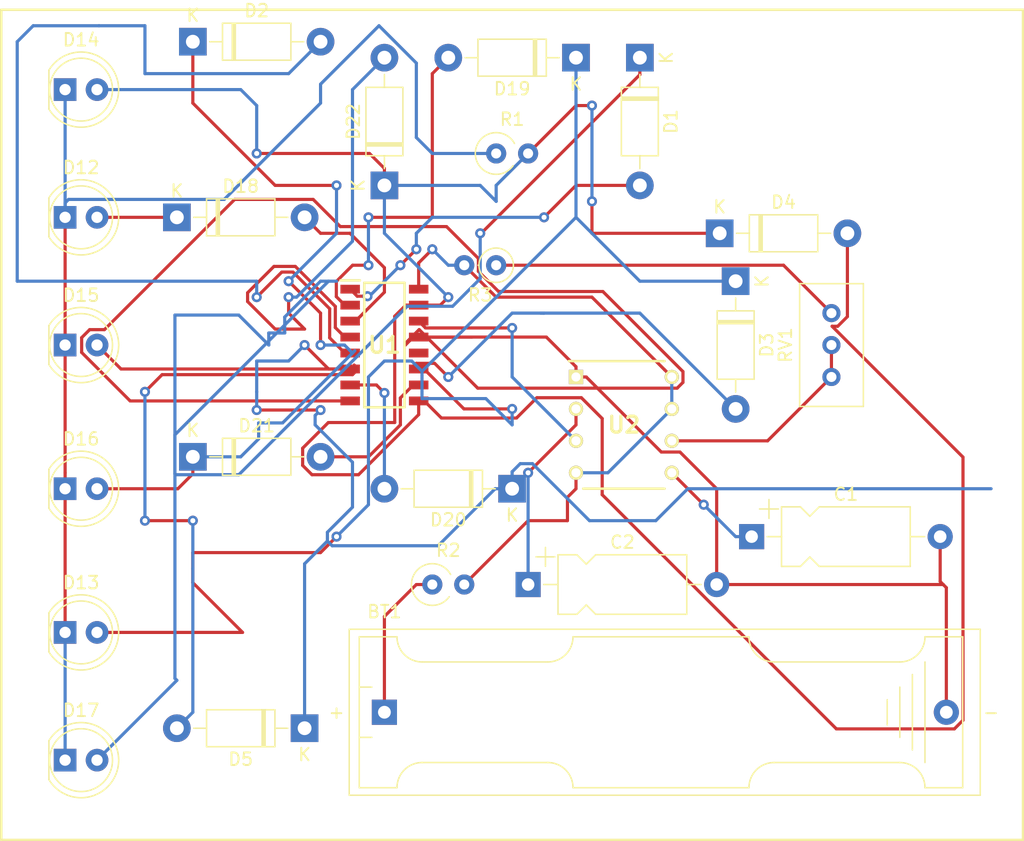
<source format=kicad_pcb>
(kicad_pcb (version 20171130) (host pcbnew "(5.0.0)")

  (general
    (thickness 1.6)
    (drawings 4)
    (tracks 335)
    (zones 0)
    (modules 25)
    (nets 27)
  )

  (page A4)
  (layers
    (0 F.Cu signal)
    (31 B.Cu signal)
    (32 B.Adhes user)
    (33 F.Adhes user)
    (34 B.Paste user)
    (35 F.Paste user)
    (36 B.SilkS user)
    (37 F.SilkS user)
    (38 B.Mask user)
    (39 F.Mask user)
    (40 Dwgs.User user)
    (41 Cmts.User user)
    (42 Eco1.User user)
    (43 Eco2.User user)
    (44 Edge.Cuts user)
    (45 Margin user)
    (46 B.CrtYd user)
    (47 F.CrtYd user)
    (48 B.Fab user)
    (49 F.Fab user)
  )

  (setup
    (last_trace_width 0.25)
    (trace_clearance 0.2)
    (zone_clearance 0.508)
    (zone_45_only no)
    (trace_min 0.2)
    (segment_width 0.2)
    (edge_width 0.15)
    (via_size 0.8)
    (via_drill 0.4)
    (via_min_size 0.4)
    (via_min_drill 0.3)
    (uvia_size 0.3)
    (uvia_drill 0.1)
    (uvias_allowed no)
    (uvia_min_size 0.2)
    (uvia_min_drill 0.1)
    (pcb_text_width 0.3)
    (pcb_text_size 1.5 1.5)
    (mod_edge_width 0.15)
    (mod_text_size 1 1)
    (mod_text_width 0.15)
    (pad_size 1.524 1.524)
    (pad_drill 0.762)
    (pad_to_mask_clearance 0.2)
    (aux_axis_origin 0 0)
    (visible_elements 7FFFFFFF)
    (pcbplotparams
      (layerselection 0x010fc_ffffffff)
      (usegerberextensions false)
      (usegerberattributes false)
      (usegerberadvancedattributes false)
      (creategerberjobfile false)
      (excludeedgelayer true)
      (linewidth 0.100000)
      (plotframeref false)
      (viasonmask false)
      (mode 1)
      (useauxorigin false)
      (hpglpennumber 1)
      (hpglpenspeed 20)
      (hpglpendiameter 15.000000)
      (psnegative false)
      (psa4output false)
      (plotreference true)
      (plotvalue true)
      (plotinvisibletext false)
      (padsonsilk false)
      (subtractmaskfromsilk false)
      (outputformat 1)
      (mirror false)
      (drillshape 1)
      (scaleselection 1)
      (outputdirectory ""))
  )

  (net 0 "")
  (net 1 "Net-(BT1-Pad1)")
  (net 2 "Net-(R2-Pad2)")
  (net 3 "Net-(D14-Pad2)")
  (net 4 "Net-(D12-Pad1)")
  (net 5 "Net-(R3-Pad1)")
  (net 6 "Net-(RV1-Pad2)")
  (net 7 "Net-(D16-Pad2)")
  (net 8 "Net-(D15-Pad2)")
  (net 9 "Net-(D13-Pad2)")
  (net 10 "Net-(D12-Pad2)")
  (net 11 "Net-(D19-Pad2)")
  (net 12 "Net-(D18-Pad2)")
  (net 13 "Net-(D22-Pad2)")
  (net 14 "Net-(D20-Pad2)")
  (net 15 GNDA)
  (net 16 "Net-(D21-Pad2)")
  (net 17 "Net-(U1-Pad12)")
  (net 18 "Net-(U1-Pad14)")
  (net 19 "Net-(C1-Pad1)")
  (net 20 "Net-(C2-Pad1)")
  (net 21 "Net-(D1-Pad1)")
  (net 22 "Net-(D2-Pad2)")
  (net 23 "Net-(D1-Pad2)")
  (net 24 "Net-(D5-Pad2)")
  (net 25 "Net-(D3-Pad2)")
  (net 26 "Net-(D4-Pad2)")

  (net_class Default "This is the default net class."
    (clearance 0.2)
    (trace_width 0.25)
    (via_dia 0.8)
    (via_drill 0.4)
    (uvia_dia 0.3)
    (uvia_drill 0.1)
    (add_net GNDA)
    (add_net "Net-(BT1-Pad1)")
    (add_net "Net-(C1-Pad1)")
    (add_net "Net-(C2-Pad1)")
    (add_net "Net-(D1-Pad1)")
    (add_net "Net-(D1-Pad2)")
    (add_net "Net-(D12-Pad1)")
    (add_net "Net-(D12-Pad2)")
    (add_net "Net-(D13-Pad2)")
    (add_net "Net-(D14-Pad2)")
    (add_net "Net-(D15-Pad2)")
    (add_net "Net-(D16-Pad2)")
    (add_net "Net-(D18-Pad2)")
    (add_net "Net-(D19-Pad2)")
    (add_net "Net-(D2-Pad2)")
    (add_net "Net-(D20-Pad2)")
    (add_net "Net-(D21-Pad2)")
    (add_net "Net-(D22-Pad2)")
    (add_net "Net-(D3-Pad2)")
    (add_net "Net-(D4-Pad2)")
    (add_net "Net-(D5-Pad2)")
    (add_net "Net-(R2-Pad2)")
    (add_net "Net-(R3-Pad1)")
    (add_net "Net-(RV1-Pad2)")
    (add_net "Net-(U1-Pad12)")
    (add_net "Net-(U1-Pad14)")
  )

  (module Diode_THT:D_DO-41_SOD81_P10.16mm_Horizontal (layer F.Cu) (tedit 5AE50CD5) (tstamp 5BEC9881)
    (at 144.78 83.82)
    (descr "Diode, DO-41_SOD81 series, Axial, Horizontal, pin pitch=10.16mm, , length*diameter=5.2*2.7mm^2, , http://www.diodes.com/_files/packages/DO-41%20(Plastic).pdf")
    (tags "Diode DO-41_SOD81 series Axial Horizontal pin pitch 10.16mm  length 5.2mm diameter 2.7mm")
    (path /5BE47361)
    (fp_text reference D4 (at 5.08 -2.47) (layer F.SilkS)
      (effects (font (size 1 1) (thickness 0.15)))
    )
    (fp_text value 1N4007 (at 5.08 2.47) (layer F.Fab)
      (effects (font (size 1 1) (thickness 0.15)))
    )
    (fp_line (start 2.48 -1.35) (end 2.48 1.35) (layer F.Fab) (width 0.1))
    (fp_line (start 2.48 1.35) (end 7.68 1.35) (layer F.Fab) (width 0.1))
    (fp_line (start 7.68 1.35) (end 7.68 -1.35) (layer F.Fab) (width 0.1))
    (fp_line (start 7.68 -1.35) (end 2.48 -1.35) (layer F.Fab) (width 0.1))
    (fp_line (start 0 0) (end 2.48 0) (layer F.Fab) (width 0.1))
    (fp_line (start 10.16 0) (end 7.68 0) (layer F.Fab) (width 0.1))
    (fp_line (start 3.26 -1.35) (end 3.26 1.35) (layer F.Fab) (width 0.1))
    (fp_line (start 3.36 -1.35) (end 3.36 1.35) (layer F.Fab) (width 0.1))
    (fp_line (start 3.16 -1.35) (end 3.16 1.35) (layer F.Fab) (width 0.1))
    (fp_line (start 2.36 -1.47) (end 2.36 1.47) (layer F.SilkS) (width 0.12))
    (fp_line (start 2.36 1.47) (end 7.8 1.47) (layer F.SilkS) (width 0.12))
    (fp_line (start 7.8 1.47) (end 7.8 -1.47) (layer F.SilkS) (width 0.12))
    (fp_line (start 7.8 -1.47) (end 2.36 -1.47) (layer F.SilkS) (width 0.12))
    (fp_line (start 1.34 0) (end 2.36 0) (layer F.SilkS) (width 0.12))
    (fp_line (start 8.82 0) (end 7.8 0) (layer F.SilkS) (width 0.12))
    (fp_line (start 3.26 -1.47) (end 3.26 1.47) (layer F.SilkS) (width 0.12))
    (fp_line (start 3.38 -1.47) (end 3.38 1.47) (layer F.SilkS) (width 0.12))
    (fp_line (start 3.14 -1.47) (end 3.14 1.47) (layer F.SilkS) (width 0.12))
    (fp_line (start -1.35 -1.6) (end -1.35 1.6) (layer F.CrtYd) (width 0.05))
    (fp_line (start -1.35 1.6) (end 11.51 1.6) (layer F.CrtYd) (width 0.05))
    (fp_line (start 11.51 1.6) (end 11.51 -1.6) (layer F.CrtYd) (width 0.05))
    (fp_line (start 11.51 -1.6) (end -1.35 -1.6) (layer F.CrtYd) (width 0.05))
    (fp_text user %R (at 5.47 0) (layer F.Fab)
      (effects (font (size 1 1) (thickness 0.15)))
    )
    (fp_text user K (at 0 -2.1) (layer F.Fab)
      (effects (font (size 1 1) (thickness 0.15)))
    )
    (fp_text user K (at 0 -2.1) (layer F.SilkS)
      (effects (font (size 1 1) (thickness 0.15)))
    )
    (pad 1 thru_hole rect (at 0 0) (size 2.2 2.2) (drill 1.1) (layers *.Cu *.Mask)
      (net 3 "Net-(D14-Pad2)"))
    (pad 2 thru_hole oval (at 10.16 0) (size 2.2 2.2) (drill 1.1) (layers *.Cu *.Mask)
      (net 26 "Net-(D4-Pad2)"))
    (model ${KISYS3DMOD}/Diode_THT.3dshapes/D_DO-41_SOD81_P10.16mm_Horizontal.wrl
      (at (xyz 0 0 0))
      (scale (xyz 1 1 1))
      (rotate (xyz 0 0 0))
    )
  )

  (module Diode_THT:D_DO-41_SOD81_P10.16mm_Horizontal (layer F.Cu) (tedit 5AE50CD5) (tstamp 5BEC9826)
    (at 146.05 87.63 270)
    (descr "Diode, DO-41_SOD81 series, Axial, Horizontal, pin pitch=10.16mm, , length*diameter=5.2*2.7mm^2, , http://www.diodes.com/_files/packages/DO-41%20(Plastic).pdf")
    (tags "Diode DO-41_SOD81 series Axial Horizontal pin pitch 10.16mm  length 5.2mm diameter 2.7mm")
    (path /5BE39823)
    (fp_text reference D3 (at 5.08 -2.47 270) (layer F.SilkS)
      (effects (font (size 1 1) (thickness 0.15)))
    )
    (fp_text value 1N4007 (at 5.08 2.47 270) (layer F.Fab)
      (effects (font (size 1 1) (thickness 0.15)))
    )
    (fp_text user K (at 0 -2.1 270) (layer F.SilkS)
      (effects (font (size 1 1) (thickness 0.15)))
    )
    (fp_text user K (at 0 -2.1 270) (layer F.Fab)
      (effects (font (size 1 1) (thickness 0.15)))
    )
    (fp_text user %R (at 5.47 0 270) (layer F.Fab)
      (effects (font (size 1 1) (thickness 0.15)))
    )
    (fp_line (start 11.51 -1.6) (end -1.35 -1.6) (layer F.CrtYd) (width 0.05))
    (fp_line (start 11.51 1.6) (end 11.51 -1.6) (layer F.CrtYd) (width 0.05))
    (fp_line (start -1.35 1.6) (end 11.51 1.6) (layer F.CrtYd) (width 0.05))
    (fp_line (start -1.35 -1.6) (end -1.35 1.6) (layer F.CrtYd) (width 0.05))
    (fp_line (start 3.14 -1.47) (end 3.14 1.47) (layer F.SilkS) (width 0.12))
    (fp_line (start 3.38 -1.47) (end 3.38 1.47) (layer F.SilkS) (width 0.12))
    (fp_line (start 3.26 -1.47) (end 3.26 1.47) (layer F.SilkS) (width 0.12))
    (fp_line (start 8.82 0) (end 7.8 0) (layer F.SilkS) (width 0.12))
    (fp_line (start 1.34 0) (end 2.36 0) (layer F.SilkS) (width 0.12))
    (fp_line (start 7.8 -1.47) (end 2.36 -1.47) (layer F.SilkS) (width 0.12))
    (fp_line (start 7.8 1.47) (end 7.8 -1.47) (layer F.SilkS) (width 0.12))
    (fp_line (start 2.36 1.47) (end 7.8 1.47) (layer F.SilkS) (width 0.12))
    (fp_line (start 2.36 -1.47) (end 2.36 1.47) (layer F.SilkS) (width 0.12))
    (fp_line (start 3.16 -1.35) (end 3.16 1.35) (layer F.Fab) (width 0.1))
    (fp_line (start 3.36 -1.35) (end 3.36 1.35) (layer F.Fab) (width 0.1))
    (fp_line (start 3.26 -1.35) (end 3.26 1.35) (layer F.Fab) (width 0.1))
    (fp_line (start 10.16 0) (end 7.68 0) (layer F.Fab) (width 0.1))
    (fp_line (start 0 0) (end 2.48 0) (layer F.Fab) (width 0.1))
    (fp_line (start 7.68 -1.35) (end 2.48 -1.35) (layer F.Fab) (width 0.1))
    (fp_line (start 7.68 1.35) (end 7.68 -1.35) (layer F.Fab) (width 0.1))
    (fp_line (start 2.48 1.35) (end 7.68 1.35) (layer F.Fab) (width 0.1))
    (fp_line (start 2.48 -1.35) (end 2.48 1.35) (layer F.Fab) (width 0.1))
    (pad 2 thru_hole oval (at 10.16 0 270) (size 2.2 2.2) (drill 1.1) (layers *.Cu *.Mask)
      (net 25 "Net-(D3-Pad2)"))
    (pad 1 thru_hole rect (at 0 0 270) (size 2.2 2.2) (drill 1.1) (layers *.Cu *.Mask)
      (net 9 "Net-(D13-Pad2)"))
    (model ${KISYS3DMOD}/Diode_THT.3dshapes/D_DO-41_SOD81_P10.16mm_Horizontal.wrl
      (at (xyz 0 0 0))
      (scale (xyz 1 1 1))
      (rotate (xyz 0 0 0))
    )
  )

  (module Diode_THT:D_DO-41_SOD81_P10.16mm_Horizontal (layer F.Cu) (tedit 5AE50CD5) (tstamp 5BEC96DB)
    (at 111.76 123.19 180)
    (descr "Diode, DO-41_SOD81 series, Axial, Horizontal, pin pitch=10.16mm, , length*diameter=5.2*2.7mm^2, , http://www.diodes.com/_files/packages/DO-41%20(Plastic).pdf")
    (tags "Diode DO-41_SOD81 series Axial Horizontal pin pitch 10.16mm  length 5.2mm diameter 2.7mm")
    (path /5BE421EB)
    (fp_text reference D5 (at 5.08 -2.47 180) (layer F.SilkS)
      (effects (font (size 1 1) (thickness 0.15)))
    )
    (fp_text value 1N4007 (at 5.08 2.47 180) (layer F.Fab)
      (effects (font (size 1 1) (thickness 0.15)))
    )
    (fp_line (start 2.48 -1.35) (end 2.48 1.35) (layer F.Fab) (width 0.1))
    (fp_line (start 2.48 1.35) (end 7.68 1.35) (layer F.Fab) (width 0.1))
    (fp_line (start 7.68 1.35) (end 7.68 -1.35) (layer F.Fab) (width 0.1))
    (fp_line (start 7.68 -1.35) (end 2.48 -1.35) (layer F.Fab) (width 0.1))
    (fp_line (start 0 0) (end 2.48 0) (layer F.Fab) (width 0.1))
    (fp_line (start 10.16 0) (end 7.68 0) (layer F.Fab) (width 0.1))
    (fp_line (start 3.26 -1.35) (end 3.26 1.35) (layer F.Fab) (width 0.1))
    (fp_line (start 3.36 -1.35) (end 3.36 1.35) (layer F.Fab) (width 0.1))
    (fp_line (start 3.16 -1.35) (end 3.16 1.35) (layer F.Fab) (width 0.1))
    (fp_line (start 2.36 -1.47) (end 2.36 1.47) (layer F.SilkS) (width 0.12))
    (fp_line (start 2.36 1.47) (end 7.8 1.47) (layer F.SilkS) (width 0.12))
    (fp_line (start 7.8 1.47) (end 7.8 -1.47) (layer F.SilkS) (width 0.12))
    (fp_line (start 7.8 -1.47) (end 2.36 -1.47) (layer F.SilkS) (width 0.12))
    (fp_line (start 1.34 0) (end 2.36 0) (layer F.SilkS) (width 0.12))
    (fp_line (start 8.82 0) (end 7.8 0) (layer F.SilkS) (width 0.12))
    (fp_line (start 3.26 -1.47) (end 3.26 1.47) (layer F.SilkS) (width 0.12))
    (fp_line (start 3.38 -1.47) (end 3.38 1.47) (layer F.SilkS) (width 0.12))
    (fp_line (start 3.14 -1.47) (end 3.14 1.47) (layer F.SilkS) (width 0.12))
    (fp_line (start -1.35 -1.6) (end -1.35 1.6) (layer F.CrtYd) (width 0.05))
    (fp_line (start -1.35 1.6) (end 11.51 1.6) (layer F.CrtYd) (width 0.05))
    (fp_line (start 11.51 1.6) (end 11.51 -1.6) (layer F.CrtYd) (width 0.05))
    (fp_line (start 11.51 -1.6) (end -1.35 -1.6) (layer F.CrtYd) (width 0.05))
    (fp_text user %R (at 5.47 0 180) (layer F.Fab)
      (effects (font (size 1 1) (thickness 0.15)))
    )
    (fp_text user K (at 0 -2.1 180) (layer F.Fab)
      (effects (font (size 1 1) (thickness 0.15)))
    )
    (fp_text user K (at 0 -2.1 180) (layer F.SilkS)
      (effects (font (size 1 1) (thickness 0.15)))
    )
    (pad 1 thru_hole rect (at 0 0 180) (size 2.2 2.2) (drill 1.1) (layers *.Cu *.Mask)
      (net 8 "Net-(D15-Pad2)"))
    (pad 2 thru_hole oval (at 10.16 0 180) (size 2.2 2.2) (drill 1.1) (layers *.Cu *.Mask)
      (net 24 "Net-(D5-Pad2)"))
    (model ${KISYS3DMOD}/Diode_THT.3dshapes/D_DO-41_SOD81_P10.16mm_Horizontal.wrl
      (at (xyz 0 0 0))
      (scale (xyz 1 1 1))
      (rotate (xyz 0 0 0))
    )
  )

  (module Diode_THT:D_DO-41_SOD81_P10.16mm_Horizontal (layer F.Cu) (tedit 5AE50CD5) (tstamp 5C0D9390)
    (at 138.43 69.85 270)
    (descr "Diode, DO-41_SOD81 series, Axial, Horizontal, pin pitch=10.16mm, , length*diameter=5.2*2.7mm^2, , http://www.diodes.com/_files/packages/DO-41%20(Plastic).pdf")
    (tags "Diode DO-41_SOD81 series Axial Horizontal pin pitch 10.16mm  length 5.2mm diameter 2.7mm")
    (path /5BE0BA31)
    (fp_text reference D1 (at 5.08 -2.47 270) (layer F.SilkS)
      (effects (font (size 1 1) (thickness 0.15)))
    )
    (fp_text value 1N4007 (at 5.08 2.47 270) (layer F.Fab)
      (effects (font (size 1 1) (thickness 0.15)))
    )
    (fp_text user K (at 0 -2.1 270) (layer F.SilkS)
      (effects (font (size 1 1) (thickness 0.15)))
    )
    (fp_text user K (at 0 -2.1 270) (layer F.Fab)
      (effects (font (size 1 1) (thickness 0.15)))
    )
    (fp_text user %R (at 5.47 0 270) (layer F.Fab)
      (effects (font (size 1 1) (thickness 0.15)))
    )
    (fp_line (start 11.51 -1.6) (end -1.35 -1.6) (layer F.CrtYd) (width 0.05))
    (fp_line (start 11.51 1.6) (end 11.51 -1.6) (layer F.CrtYd) (width 0.05))
    (fp_line (start -1.35 1.6) (end 11.51 1.6) (layer F.CrtYd) (width 0.05))
    (fp_line (start -1.35 -1.6) (end -1.35 1.6) (layer F.CrtYd) (width 0.05))
    (fp_line (start 3.14 -1.47) (end 3.14 1.47) (layer F.SilkS) (width 0.12))
    (fp_line (start 3.38 -1.47) (end 3.38 1.47) (layer F.SilkS) (width 0.12))
    (fp_line (start 3.26 -1.47) (end 3.26 1.47) (layer F.SilkS) (width 0.12))
    (fp_line (start 8.82 0) (end 7.8 0) (layer F.SilkS) (width 0.12))
    (fp_line (start 1.34 0) (end 2.36 0) (layer F.SilkS) (width 0.12))
    (fp_line (start 7.8 -1.47) (end 2.36 -1.47) (layer F.SilkS) (width 0.12))
    (fp_line (start 7.8 1.47) (end 7.8 -1.47) (layer F.SilkS) (width 0.12))
    (fp_line (start 2.36 1.47) (end 7.8 1.47) (layer F.SilkS) (width 0.12))
    (fp_line (start 2.36 -1.47) (end 2.36 1.47) (layer F.SilkS) (width 0.12))
    (fp_line (start 3.16 -1.35) (end 3.16 1.35) (layer F.Fab) (width 0.1))
    (fp_line (start 3.36 -1.35) (end 3.36 1.35) (layer F.Fab) (width 0.1))
    (fp_line (start 3.26 -1.35) (end 3.26 1.35) (layer F.Fab) (width 0.1))
    (fp_line (start 10.16 0) (end 7.68 0) (layer F.Fab) (width 0.1))
    (fp_line (start 0 0) (end 2.48 0) (layer F.Fab) (width 0.1))
    (fp_line (start 7.68 -1.35) (end 2.48 -1.35) (layer F.Fab) (width 0.1))
    (fp_line (start 7.68 1.35) (end 7.68 -1.35) (layer F.Fab) (width 0.1))
    (fp_line (start 2.48 1.35) (end 7.68 1.35) (layer F.Fab) (width 0.1))
    (fp_line (start 2.48 -1.35) (end 2.48 1.35) (layer F.Fab) (width 0.1))
    (pad 2 thru_hole oval (at 10.16 0 270) (size 2.2 2.2) (drill 1.1) (layers *.Cu *.Mask)
      (net 23 "Net-(D1-Pad2)"))
    (pad 1 thru_hole rect (at 0 0 270) (size 2.2 2.2) (drill 1.1) (layers *.Cu *.Mask)
      (net 21 "Net-(D1-Pad1)"))
    (model ${KISYS3DMOD}/Diode_THT.3dshapes/D_DO-41_SOD81_P10.16mm_Horizontal.wrl
      (at (xyz 0 0 0))
      (scale (xyz 1 1 1))
      (rotate (xyz 0 0 0))
    )
  )

  (module Diode_THT:D_DO-41_SOD81_P10.16mm_Horizontal (layer F.Cu) (tedit 5AE50CD5) (tstamp 5C0D9371)
    (at 102.87 68.58)
    (descr "Diode, DO-41_SOD81 series, Axial, Horizontal, pin pitch=10.16mm, , length*diameter=5.2*2.7mm^2, , http://www.diodes.com/_files/packages/DO-41%20(Plastic).pdf")
    (tags "Diode DO-41_SOD81 series Axial Horizontal pin pitch 10.16mm  length 5.2mm diameter 2.7mm")
    (path /5BE10656)
    (fp_text reference D2 (at 5.08 -2.47) (layer F.SilkS)
      (effects (font (size 1 1) (thickness 0.15)))
    )
    (fp_text value 1N4007 (at 5.08 2.47) (layer F.Fab)
      (effects (font (size 1 1) (thickness 0.15)))
    )
    (fp_line (start 2.48 -1.35) (end 2.48 1.35) (layer F.Fab) (width 0.1))
    (fp_line (start 2.48 1.35) (end 7.68 1.35) (layer F.Fab) (width 0.1))
    (fp_line (start 7.68 1.35) (end 7.68 -1.35) (layer F.Fab) (width 0.1))
    (fp_line (start 7.68 -1.35) (end 2.48 -1.35) (layer F.Fab) (width 0.1))
    (fp_line (start 0 0) (end 2.48 0) (layer F.Fab) (width 0.1))
    (fp_line (start 10.16 0) (end 7.68 0) (layer F.Fab) (width 0.1))
    (fp_line (start 3.26 -1.35) (end 3.26 1.35) (layer F.Fab) (width 0.1))
    (fp_line (start 3.36 -1.35) (end 3.36 1.35) (layer F.Fab) (width 0.1))
    (fp_line (start 3.16 -1.35) (end 3.16 1.35) (layer F.Fab) (width 0.1))
    (fp_line (start 2.36 -1.47) (end 2.36 1.47) (layer F.SilkS) (width 0.12))
    (fp_line (start 2.36 1.47) (end 7.8 1.47) (layer F.SilkS) (width 0.12))
    (fp_line (start 7.8 1.47) (end 7.8 -1.47) (layer F.SilkS) (width 0.12))
    (fp_line (start 7.8 -1.47) (end 2.36 -1.47) (layer F.SilkS) (width 0.12))
    (fp_line (start 1.34 0) (end 2.36 0) (layer F.SilkS) (width 0.12))
    (fp_line (start 8.82 0) (end 7.8 0) (layer F.SilkS) (width 0.12))
    (fp_line (start 3.26 -1.47) (end 3.26 1.47) (layer F.SilkS) (width 0.12))
    (fp_line (start 3.38 -1.47) (end 3.38 1.47) (layer F.SilkS) (width 0.12))
    (fp_line (start 3.14 -1.47) (end 3.14 1.47) (layer F.SilkS) (width 0.12))
    (fp_line (start -1.35 -1.6) (end -1.35 1.6) (layer F.CrtYd) (width 0.05))
    (fp_line (start -1.35 1.6) (end 11.51 1.6) (layer F.CrtYd) (width 0.05))
    (fp_line (start 11.51 1.6) (end 11.51 -1.6) (layer F.CrtYd) (width 0.05))
    (fp_line (start 11.51 -1.6) (end -1.35 -1.6) (layer F.CrtYd) (width 0.05))
    (fp_text user %R (at 5.47 0) (layer F.Fab)
      (effects (font (size 1 1) (thickness 0.15)))
    )
    (fp_text user K (at 0 -2.1) (layer F.Fab)
      (effects (font (size 1 1) (thickness 0.15)))
    )
    (fp_text user K (at 0 -2.1) (layer F.SilkS)
      (effects (font (size 1 1) (thickness 0.15)))
    )
    (pad 1 thru_hole rect (at 0 0) (size 2.2 2.2) (drill 1.1) (layers *.Cu *.Mask)
      (net 7 "Net-(D16-Pad2)"))
    (pad 2 thru_hole oval (at 10.16 0) (size 2.2 2.2) (drill 1.1) (layers *.Cu *.Mask)
      (net 22 "Net-(D2-Pad2)"))
    (model ${KISYS3DMOD}/Diode_THT.3dshapes/D_DO-41_SOD81_P10.16mm_Horizontal.wrl
      (at (xyz 0 0 0))
      (scale (xyz 1 1 1))
      (rotate (xyz 0 0 0))
    )
  )

  (module 74HC4017D_653:SOIC127P600X175-16N (layer F.Cu) (tedit 5BDB1BB5) (tstamp 5C018DEA)
    (at 118.11 92.71)
    (descr "SOT 109-1(SO16)")
    (tags "Integrated Circuit")
    (path /5BD4A8EE)
    (attr smd)
    (fp_text reference U1 (at 0 0) (layer F.SilkS)
      (effects (font (size 1.27 1.27) (thickness 0.254)))
    )
    (fp_text value 4017 (at 0 0) (layer F.SilkS) hide
      (effects (font (size 1.27 1.27) (thickness 0.254)))
    )
    (fp_line (start -3.5 -5.145) (end -1.95 -5.145) (layer F.SilkS) (width 0.2))
    (fp_line (start -1.6 4.95) (end -1.6 -4.95) (layer F.SilkS) (width 0.2))
    (fp_line (start 1.6 4.95) (end -1.6 4.95) (layer F.SilkS) (width 0.2))
    (fp_line (start 1.6 -4.95) (end 1.6 4.95) (layer F.SilkS) (width 0.2))
    (fp_line (start -1.6 -4.95) (end 1.6 -4.95) (layer F.SilkS) (width 0.2))
    (fp_line (start -1.95 -3.68) (end -0.68 -4.95) (layer Dwgs.User) (width 0.1))
    (fp_line (start -1.95 4.95) (end -1.95 -4.95) (layer Dwgs.User) (width 0.1))
    (fp_line (start 1.95 4.95) (end -1.95 4.95) (layer Dwgs.User) (width 0.1))
    (fp_line (start 1.95 -4.95) (end 1.95 4.95) (layer Dwgs.User) (width 0.1))
    (fp_line (start -1.95 -4.95) (end 1.95 -4.95) (layer Dwgs.User) (width 0.1))
    (fp_line (start -3.75 5.25) (end -3.75 -5.25) (layer Dwgs.User) (width 0.05))
    (fp_line (start 3.75 5.25) (end -3.75 5.25) (layer Dwgs.User) (width 0.05))
    (fp_line (start 3.75 -5.25) (end 3.75 5.25) (layer Dwgs.User) (width 0.05))
    (fp_line (start -3.75 -5.25) (end 3.75 -5.25) (layer Dwgs.User) (width 0.05))
    (pad 16 smd rect (at 2.725 -4.445 90) (size 0.7 1.55) (layers F.Cu F.Paste F.Mask)
      (net 2 "Net-(R2-Pad2)"))
    (pad 15 smd rect (at 2.725 -3.175 90) (size 0.7 1.55) (layers F.Cu F.Paste F.Mask)
      (net 3 "Net-(D14-Pad2)"))
    (pad 14 smd rect (at 2.725 -1.905 90) (size 0.7 1.55) (layers F.Cu F.Paste F.Mask)
      (net 18 "Net-(U1-Pad14)"))
    (pad 13 smd rect (at 2.725 -0.635 90) (size 0.7 1.55) (layers F.Cu F.Paste F.Mask)
      (net 15 GNDA))
    (pad 12 smd rect (at 2.725 0.635 90) (size 0.7 1.55) (layers F.Cu F.Paste F.Mask)
      (net 17 "Net-(U1-Pad12)"))
    (pad 11 smd rect (at 2.725 1.905 90) (size 0.7 1.55) (layers F.Cu F.Paste F.Mask)
      (net 25 "Net-(D3-Pad2)"))
    (pad 10 smd rect (at 2.725 3.175 90) (size 0.7 1.55) (layers F.Cu F.Paste F.Mask)
      (net 16 "Net-(D21-Pad2)"))
    (pad 9 smd rect (at 2.725 4.445 90) (size 0.7 1.55) (layers F.Cu F.Paste F.Mask)
      (net 26 "Net-(D4-Pad2)"))
    (pad 8 smd rect (at -2.725 4.445 90) (size 0.7 1.55) (layers F.Cu F.Paste F.Mask)
      (net 15 GNDA))
    (pad 7 smd rect (at -2.725 3.175 90) (size 0.7 1.55) (layers F.Cu F.Paste F.Mask)
      (net 14 "Net-(D20-Pad2)"))
    (pad 6 smd rect (at -2.725 1.905 90) (size 0.7 1.55) (layers F.Cu F.Paste F.Mask)
      (net 24 "Net-(D5-Pad2)"))
    (pad 5 smd rect (at -2.725 0.635 90) (size 0.7 1.55) (layers F.Cu F.Paste F.Mask)
      (net 22 "Net-(D2-Pad2)"))
    (pad 4 smd rect (at -2.725 -0.635 90) (size 0.7 1.55) (layers F.Cu F.Paste F.Mask)
      (net 13 "Net-(D22-Pad2)"))
    (pad 3 smd rect (at -2.725 -1.905 90) (size 0.7 1.55) (layers F.Cu F.Paste F.Mask)
      (net 12 "Net-(D18-Pad2)"))
    (pad 2 smd rect (at -2.725 -3.175 90) (size 0.7 1.55) (layers F.Cu F.Paste F.Mask)
      (net 11 "Net-(D19-Pad2)"))
    (pad 1 smd rect (at -2.725 -4.445 90) (size 0.7 1.55) (layers F.Cu F.Paste F.Mask)
      (net 23 "Net-(D1-Pad2)"))
  )

  (module LM555CN_Timer:DIP762W53P254L980H533Q8N (layer F.Cu) (tedit 5BDDE2E8) (tstamp 5C017FEE)
    (at 137.16 99.06)
    (descr 8-DIP)
    (tags "Integrated Circuit")
    (path /5BD4D485)
    (fp_text reference U2 (at 0 0) (layer F.SilkS)
      (effects (font (size 1.27 1.27) (thickness 0.254)))
    )
    (fp_text value TLC555 (at 0 -6.35) (layer F.SilkS) hide
      (effects (font (size 1.27 1.27) (thickness 0.254)))
    )
    (fp_line (start -3.24 5.075) (end 3.24 5.075) (layer F.SilkS) (width 0.2))
    (fp_line (start -4.375 -5.075) (end 3.24 -5.075) (layer F.SilkS) (width 0.2))
    (fp_line (start -3.24 -3.805) (end -1.97 -5.075) (layer Dwgs.User) (width 0.1))
    (fp_line (start -3.24 5.075) (end -3.24 -5.075) (layer Dwgs.User) (width 0.1))
    (fp_line (start 3.24 5.075) (end -3.24 5.075) (layer Dwgs.User) (width 0.1))
    (fp_line (start 3.24 -5.075) (end 3.24 5.075) (layer Dwgs.User) (width 0.1))
    (fp_line (start -3.24 -5.075) (end 3.24 -5.075) (layer Dwgs.User) (width 0.1))
    (fp_line (start -4.625 5.325) (end -4.625 -5.325) (layer Dwgs.User) (width 0.05))
    (fp_line (start 4.625 5.325) (end -4.625 5.325) (layer Dwgs.User) (width 0.05))
    (fp_line (start 4.625 -5.325) (end 4.625 5.325) (layer Dwgs.User) (width 0.05))
    (fp_line (start -4.625 -5.325) (end 4.625 -5.325) (layer Dwgs.User) (width 0.05))
    (pad 8 thru_hole circle (at 3.81 -3.81 90) (size 1.13 1.13) (drill 0.73) (layers *.Cu *.Mask F.SilkS)
      (net 2 "Net-(R2-Pad2)"))
    (pad 7 thru_hole circle (at 3.81 -1.27 90) (size 1.13 1.13) (drill 0.73) (layers *.Cu *.Mask F.SilkS)
      (net 2 "Net-(R2-Pad2)"))
    (pad 6 thru_hole circle (at 3.81 1.27 90) (size 1.13 1.13) (drill 0.73) (layers *.Cu *.Mask F.SilkS)
      (net 6 "Net-(RV1-Pad2)"))
    (pad 5 thru_hole circle (at 3.81 3.81 90) (size 1.13 1.13) (drill 0.73) (layers *.Cu *.Mask F.SilkS)
      (net 19 "Net-(C1-Pad1)"))
    (pad 4 thru_hole circle (at -3.81 3.81 90) (size 1.13 1.13) (drill 0.73) (layers *.Cu *.Mask F.SilkS)
      (net 2 "Net-(R2-Pad2)"))
    (pad 3 thru_hole circle (at -3.81 1.27 90) (size 1.13 1.13) (drill 0.73) (layers *.Cu *.Mask F.SilkS)
      (net 18 "Net-(U1-Pad14)"))
    (pad 2 thru_hole circle (at -3.81 -1.27 90) (size 1.13 1.13) (drill 0.73) (layers *.Cu *.Mask F.SilkS)
      (net 20 "Net-(C2-Pad1)"))
    (pad 1 thru_hole rect (at -3.81 -3.81 90) (size 1.13 1.13) (drill 0.73) (layers *.Cu *.Mask F.SilkS)
      (net 15 GNDA))
  )

  (module Capacitor_THT:CP_Axial_L10.0mm_D4.5mm_P15.00mm_Horizontal (layer F.Cu) (tedit 5AE50EF2) (tstamp 5BF00E57)
    (at 129.54 111.76)
    (descr "CP, Axial series, Axial, Horizontal, pin pitch=15mm, , length*diameter=10*4.5mm^2, Electrolytic Capacitor, , http://www.vishay.com/docs/28325/021asm.pdf")
    (tags "CP Axial series Axial Horizontal pin pitch 15mm  length 10mm diameter 4.5mm Electrolytic Capacitor")
    (path /5BD90A27)
    (fp_text reference C2 (at 7.5 -3.37) (layer F.SilkS)
      (effects (font (size 1 1) (thickness 0.15)))
    )
    (fp_text value "4.7 uF" (at 7.5 3.37) (layer F.Fab)
      (effects (font (size 1 1) (thickness 0.15)))
    )
    (fp_text user %R (at 7.5 0) (layer F.Fab)
      (effects (font (size 1 1) (thickness 0.15)))
    )
    (fp_line (start 16.25 -2.5) (end -1.25 -2.5) (layer F.CrtYd) (width 0.05))
    (fp_line (start 16.25 2.5) (end 16.25 -2.5) (layer F.CrtYd) (width 0.05))
    (fp_line (start -1.25 2.5) (end 16.25 2.5) (layer F.CrtYd) (width 0.05))
    (fp_line (start -1.25 -2.5) (end -1.25 2.5) (layer F.CrtYd) (width 0.05))
    (fp_line (start 13.76 0) (end 12.62 0) (layer F.SilkS) (width 0.12))
    (fp_line (start 1.24 0) (end 2.38 0) (layer F.SilkS) (width 0.12))
    (fp_line (start 5.38 2.37) (end 12.62 2.37) (layer F.SilkS) (width 0.12))
    (fp_line (start 4.63 1.62) (end 5.38 2.37) (layer F.SilkS) (width 0.12))
    (fp_line (start 3.88 2.37) (end 4.63 1.62) (layer F.SilkS) (width 0.12))
    (fp_line (start 2.38 2.37) (end 3.88 2.37) (layer F.SilkS) (width 0.12))
    (fp_line (start 5.38 -2.37) (end 12.62 -2.37) (layer F.SilkS) (width 0.12))
    (fp_line (start 4.63 -1.62) (end 5.38 -2.37) (layer F.SilkS) (width 0.12))
    (fp_line (start 3.88 -2.37) (end 4.63 -1.62) (layer F.SilkS) (width 0.12))
    (fp_line (start 2.38 -2.37) (end 3.88 -2.37) (layer F.SilkS) (width 0.12))
    (fp_line (start 12.62 -2.37) (end 12.62 2.37) (layer F.SilkS) (width 0.12))
    (fp_line (start 2.38 -2.37) (end 2.38 2.37) (layer F.SilkS) (width 0.12))
    (fp_line (start 1.38 -2.95) (end 1.38 -1.45) (layer F.SilkS) (width 0.12))
    (fp_line (start 0.63 -2.2) (end 2.13 -2.2) (layer F.SilkS) (width 0.12))
    (fp_line (start 4.65 -0.75) (end 4.65 0.75) (layer F.Fab) (width 0.1))
    (fp_line (start 3.9 0) (end 5.4 0) (layer F.Fab) (width 0.1))
    (fp_line (start 15 0) (end 12.5 0) (layer F.Fab) (width 0.1))
    (fp_line (start 0 0) (end 2.5 0) (layer F.Fab) (width 0.1))
    (fp_line (start 5.38 2.25) (end 12.5 2.25) (layer F.Fab) (width 0.1))
    (fp_line (start 4.63 1.5) (end 5.38 2.25) (layer F.Fab) (width 0.1))
    (fp_line (start 3.88 2.25) (end 4.63 1.5) (layer F.Fab) (width 0.1))
    (fp_line (start 2.5 2.25) (end 3.88 2.25) (layer F.Fab) (width 0.1))
    (fp_line (start 5.38 -2.25) (end 12.5 -2.25) (layer F.Fab) (width 0.1))
    (fp_line (start 4.63 -1.5) (end 5.38 -2.25) (layer F.Fab) (width 0.1))
    (fp_line (start 3.88 -2.25) (end 4.63 -1.5) (layer F.Fab) (width 0.1))
    (fp_line (start 2.5 -2.25) (end 3.88 -2.25) (layer F.Fab) (width 0.1))
    (fp_line (start 12.5 -2.25) (end 12.5 2.25) (layer F.Fab) (width 0.1))
    (fp_line (start 2.5 -2.25) (end 2.5 2.25) (layer F.Fab) (width 0.1))
    (pad 2 thru_hole oval (at 15 0) (size 2 2) (drill 1) (layers *.Cu *.Mask)
      (net 15 GNDA))
    (pad 1 thru_hole rect (at 0 0) (size 2 2) (drill 1) (layers *.Cu *.Mask)
      (net 20 "Net-(C2-Pad1)"))
    (model ${KISYS3DMOD}/Capacitor_THT.3dshapes/CP_Axial_L10.0mm_D4.5mm_P15.00mm_Horizontal.wrl
      (at (xyz 0 0 0))
      (scale (xyz 1 1 1))
      (rotate (xyz 0 0 0))
    )
  )

  (module Capacitor_THT:CP_Axial_L10.0mm_D4.5mm_P15.00mm_Horizontal (layer F.Cu) (tedit 5AE50EF2) (tstamp 5C01823C)
    (at 147.32 107.95)
    (descr "CP, Axial series, Axial, Horizontal, pin pitch=15mm, , length*diameter=10*4.5mm^2, Electrolytic Capacitor, , http://www.vishay.com/docs/28325/021asm.pdf")
    (tags "CP Axial series Axial Horizontal pin pitch 15mm  length 10mm diameter 4.5mm Electrolytic Capacitor")
    (path /5BD7ADD2)
    (fp_text reference C1 (at 7.5 -3.37) (layer F.SilkS)
      (effects (font (size 1 1) (thickness 0.15)))
    )
    (fp_text value "1 nF" (at 7.5 3.37) (layer F.Fab)
      (effects (font (size 1 1) (thickness 0.15)))
    )
    (fp_line (start 2.5 -2.25) (end 2.5 2.25) (layer F.Fab) (width 0.1))
    (fp_line (start 12.5 -2.25) (end 12.5 2.25) (layer F.Fab) (width 0.1))
    (fp_line (start 2.5 -2.25) (end 3.88 -2.25) (layer F.Fab) (width 0.1))
    (fp_line (start 3.88 -2.25) (end 4.63 -1.5) (layer F.Fab) (width 0.1))
    (fp_line (start 4.63 -1.5) (end 5.38 -2.25) (layer F.Fab) (width 0.1))
    (fp_line (start 5.38 -2.25) (end 12.5 -2.25) (layer F.Fab) (width 0.1))
    (fp_line (start 2.5 2.25) (end 3.88 2.25) (layer F.Fab) (width 0.1))
    (fp_line (start 3.88 2.25) (end 4.63 1.5) (layer F.Fab) (width 0.1))
    (fp_line (start 4.63 1.5) (end 5.38 2.25) (layer F.Fab) (width 0.1))
    (fp_line (start 5.38 2.25) (end 12.5 2.25) (layer F.Fab) (width 0.1))
    (fp_line (start 0 0) (end 2.5 0) (layer F.Fab) (width 0.1))
    (fp_line (start 15 0) (end 12.5 0) (layer F.Fab) (width 0.1))
    (fp_line (start 3.9 0) (end 5.4 0) (layer F.Fab) (width 0.1))
    (fp_line (start 4.65 -0.75) (end 4.65 0.75) (layer F.Fab) (width 0.1))
    (fp_line (start 0.63 -2.2) (end 2.13 -2.2) (layer F.SilkS) (width 0.12))
    (fp_line (start 1.38 -2.95) (end 1.38 -1.45) (layer F.SilkS) (width 0.12))
    (fp_line (start 2.38 -2.37) (end 2.38 2.37) (layer F.SilkS) (width 0.12))
    (fp_line (start 12.62 -2.37) (end 12.62 2.37) (layer F.SilkS) (width 0.12))
    (fp_line (start 2.38 -2.37) (end 3.88 -2.37) (layer F.SilkS) (width 0.12))
    (fp_line (start 3.88 -2.37) (end 4.63 -1.62) (layer F.SilkS) (width 0.12))
    (fp_line (start 4.63 -1.62) (end 5.38 -2.37) (layer F.SilkS) (width 0.12))
    (fp_line (start 5.38 -2.37) (end 12.62 -2.37) (layer F.SilkS) (width 0.12))
    (fp_line (start 2.38 2.37) (end 3.88 2.37) (layer F.SilkS) (width 0.12))
    (fp_line (start 3.88 2.37) (end 4.63 1.62) (layer F.SilkS) (width 0.12))
    (fp_line (start 4.63 1.62) (end 5.38 2.37) (layer F.SilkS) (width 0.12))
    (fp_line (start 5.38 2.37) (end 12.62 2.37) (layer F.SilkS) (width 0.12))
    (fp_line (start 1.24 0) (end 2.38 0) (layer F.SilkS) (width 0.12))
    (fp_line (start 13.76 0) (end 12.62 0) (layer F.SilkS) (width 0.12))
    (fp_line (start -1.25 -2.5) (end -1.25 2.5) (layer F.CrtYd) (width 0.05))
    (fp_line (start -1.25 2.5) (end 16.25 2.5) (layer F.CrtYd) (width 0.05))
    (fp_line (start 16.25 2.5) (end 16.25 -2.5) (layer F.CrtYd) (width 0.05))
    (fp_line (start 16.25 -2.5) (end -1.25 -2.5) (layer F.CrtYd) (width 0.05))
    (fp_text user %R (at 7.5 0) (layer F.Fab)
      (effects (font (size 1 1) (thickness 0.15)))
    )
    (pad 1 thru_hole rect (at 0 0) (size 2 2) (drill 1) (layers *.Cu *.Mask)
      (net 19 "Net-(C1-Pad1)"))
    (pad 2 thru_hole oval (at 15 0) (size 2 2) (drill 1) (layers *.Cu *.Mask)
      (net 15 GNDA))
    (model ${KISYS3DMOD}/Capacitor_THT.3dshapes/CP_Axial_L10.0mm_D4.5mm_P15.00mm_Horizontal.wrl
      (at (xyz 0 0 0))
      (scale (xyz 1 1 1))
      (rotate (xyz 0 0 0))
    )
  )

  (module Battery:BatteryHolder_Keystone_2466_1xAAA (layer F.Cu) (tedit 5B254C39) (tstamp 5BEFFE09)
    (at 118.11 121.92)
    (descr "1xAAA Battery Holder, Keystone, Plastic Case, http://www.keyelco.com/product-pdf.cfm?p=1031")
    (tags "AAA battery holder Keystone")
    (path /5BDA8F57)
    (fp_text reference BT1 (at 0 -8 180) (layer F.SilkS)
      (effects (font (size 1 1) (thickness 0.15)))
    )
    (fp_text value Battery_Cell (at 22 0) (layer F.Fab)
      (effects (font (size 1 1) (thickness 0.15)))
    )
    (fp_text user - (at 48.26 0) (layer F.SilkS)
      (effects (font (size 1 1) (thickness 0.15)))
    )
    (fp_text user + (at -3.81 0) (layer F.SilkS)
      (effects (font (size 1 1) (thickness 0.15)))
    )
    (fp_text user %R (at 0 0) (layer F.Fab)
      (effects (font (size 1 1) (thickness 0.15)))
    )
    (fp_line (start 47.8 7) (end 47.8 -7) (layer F.CrtYd) (width 0.05))
    (fp_line (start -3.2 7) (end 47.8 7) (layer F.CrtYd) (width 0.05))
    (fp_line (start -3.2 -7) (end -3.2 7) (layer F.CrtYd) (width 0.05))
    (fp_line (start 47.8 -7) (end -3.2 -7) (layer F.CrtYd) (width 0.05))
    (fp_line (start 47.4 6.6) (end 47.4 -6.6) (layer F.SilkS) (width 0.12))
    (fp_line (start -2.8 6.6) (end 47.4 6.6) (layer F.SilkS) (width 0.12))
    (fp_line (start -2.8 -6.6) (end -2.8 6.6) (layer F.SilkS) (width 0.12))
    (fp_line (start 47.4 -6.6) (end -2.8 -6.6) (layer F.SilkS) (width 0.12))
    (fp_line (start 40 -1) (end 40 1) (layer F.SilkS) (width 0.12))
    (fp_line (start 41 -2) (end 41 2) (layer F.SilkS) (width 0.12))
    (fp_line (start 42 3) (end 42 -3) (layer F.SilkS) (width 0.12))
    (fp_line (start 43 -4) (end 43 4) (layer F.SilkS) (width 0.12))
    (fp_line (start -2 -2) (end -1 -2) (layer F.SilkS) (width 0.12))
    (fp_line (start -1 2) (end -2 2) (layer F.SilkS) (width 0.12))
    (fp_line (start 15 6) (end 29 6) (layer F.SilkS) (width 0.12))
    (fp_line (start 29 -6) (end 15 -6) (layer F.SilkS) (width 0.12))
    (fp_arc (start 31 -6) (end 31 -4) (angle 90) (layer F.SilkS) (width 0.12))
    (fp_arc (start 13 -6) (end 15 -6) (angle 90) (layer F.SilkS) (width 0.12))
    (fp_arc (start 13 6) (end 13 4) (angle 90) (layer F.SilkS) (width 0.12))
    (fp_arc (start 31 6) (end 29 6) (angle 90) (layer F.SilkS) (width 0.12))
    (fp_line (start 3 4) (end 13 4) (layer F.SilkS) (width 0.12))
    (fp_line (start 3 -4) (end 13 -4) (layer F.SilkS) (width 0.12))
    (fp_arc (start 3 6) (end 1 6) (angle 90) (layer F.SilkS) (width 0.12))
    (fp_line (start 41 -4) (end 31 -4) (layer F.SilkS) (width 0.12))
    (fp_line (start 41 4) (end 31 4) (layer F.SilkS) (width 0.12))
    (fp_arc (start 41 6) (end 41 4) (angle 90) (layer F.SilkS) (width 0.12))
    (fp_arc (start 41 -6) (end 43 -6) (angle 90) (layer F.SilkS) (width 0.12))
    (fp_arc (start 3 -6) (end 3 -4) (angle 90) (layer F.SilkS) (width 0.12))
    (fp_line (start -2 -6) (end 1 -6) (layer F.SilkS) (width 0.12))
    (fp_line (start -2 -6) (end -2 6) (layer F.SilkS) (width 0.12))
    (fp_line (start -2 6) (end 1 6) (layer F.SilkS) (width 0.12))
    (fp_line (start 46 -6) (end 43 -6) (layer F.SilkS) (width 0.12))
    (fp_line (start 46 -6) (end 46 6) (layer F.SilkS) (width 0.12))
    (fp_line (start 46 6) (end 43 6) (layer F.SilkS) (width 0.12))
    (fp_line (start -2.7 0) (end -2.7 -6.5) (layer F.Fab) (width 0.1))
    (fp_line (start -2.7 -6.5) (end 47.3 -6.5) (layer F.Fab) (width 0.1))
    (fp_line (start 47.3 -6.5) (end 47.3 6.5) (layer F.Fab) (width 0.1))
    (fp_line (start 47.3 6.5) (end -2.7 6.5) (layer F.Fab) (width 0.1))
    (fp_line (start -2.7 6.5) (end -2.7 0) (layer F.Fab) (width 0.1))
    (pad 1 thru_hole rect (at 0 0) (size 2 2) (drill 1.02) (layers *.Cu *.Mask)
      (net 1 "Net-(BT1-Pad1)"))
    (pad 2 thru_hole circle (at 44.7 0) (size 2 2) (drill 1.02) (layers *.Cu *.Mask)
      (net 15 GNDA))
    (model ${KISYS3DMOD}/Battery.3dshapes/BatteryHolder_Keystone_2466_1xAAA.wrl
      (at (xyz 0 0 0))
      (scale (xyz 1 1 1))
      (rotate (xyz 0 0 0))
    )
  )

  (module Diode_THT:D_DO-41_SOD81_P10.16mm_Horizontal (layer F.Cu) (tedit 5AE50CD5) (tstamp 5BD8C8D1)
    (at 118.11 80.01 90)
    (descr "Diode, DO-41_SOD81 series, Axial, Horizontal, pin pitch=10.16mm, , length*diameter=5.2*2.7mm^2, , http://www.diodes.com/_files/packages/DO-41%20(Plastic).pdf")
    (tags "Diode DO-41_SOD81 series Axial Horizontal pin pitch 10.16mm  length 5.2mm diameter 2.7mm")
    (path /5BD5A4A2)
    (fp_text reference D22 (at 5.08 -2.47 90) (layer F.SilkS)
      (effects (font (size 1 1) (thickness 0.15)))
    )
    (fp_text value 1N4007 (at 5.08 2.47 90) (layer F.Fab)
      (effects (font (size 1 1) (thickness 0.15)))
    )
    (fp_text user K (at 0 -2.1 90) (layer F.SilkS)
      (effects (font (size 1 1) (thickness 0.15)))
    )
    (fp_text user K (at 0 -2.1 90) (layer F.Fab)
      (effects (font (size 1 1) (thickness 0.15)))
    )
    (fp_text user %R (at 5.47 0 90) (layer F.Fab)
      (effects (font (size 1 1) (thickness 0.15)))
    )
    (fp_line (start 11.51 -1.6) (end -1.35 -1.6) (layer F.CrtYd) (width 0.05))
    (fp_line (start 11.51 1.6) (end 11.51 -1.6) (layer F.CrtYd) (width 0.05))
    (fp_line (start -1.35 1.6) (end 11.51 1.6) (layer F.CrtYd) (width 0.05))
    (fp_line (start -1.35 -1.6) (end -1.35 1.6) (layer F.CrtYd) (width 0.05))
    (fp_line (start 3.14 -1.47) (end 3.14 1.47) (layer F.SilkS) (width 0.12))
    (fp_line (start 3.38 -1.47) (end 3.38 1.47) (layer F.SilkS) (width 0.12))
    (fp_line (start 3.26 -1.47) (end 3.26 1.47) (layer F.SilkS) (width 0.12))
    (fp_line (start 8.82 0) (end 7.8 0) (layer F.SilkS) (width 0.12))
    (fp_line (start 1.34 0) (end 2.36 0) (layer F.SilkS) (width 0.12))
    (fp_line (start 7.8 -1.47) (end 2.36 -1.47) (layer F.SilkS) (width 0.12))
    (fp_line (start 7.8 1.47) (end 7.8 -1.47) (layer F.SilkS) (width 0.12))
    (fp_line (start 2.36 1.47) (end 7.8 1.47) (layer F.SilkS) (width 0.12))
    (fp_line (start 2.36 -1.47) (end 2.36 1.47) (layer F.SilkS) (width 0.12))
    (fp_line (start 3.16 -1.35) (end 3.16 1.35) (layer F.Fab) (width 0.1))
    (fp_line (start 3.36 -1.35) (end 3.36 1.35) (layer F.Fab) (width 0.1))
    (fp_line (start 3.26 -1.35) (end 3.26 1.35) (layer F.Fab) (width 0.1))
    (fp_line (start 10.16 0) (end 7.68 0) (layer F.Fab) (width 0.1))
    (fp_line (start 0 0) (end 2.48 0) (layer F.Fab) (width 0.1))
    (fp_line (start 7.68 -1.35) (end 2.48 -1.35) (layer F.Fab) (width 0.1))
    (fp_line (start 7.68 1.35) (end 7.68 -1.35) (layer F.Fab) (width 0.1))
    (fp_line (start 2.48 1.35) (end 7.68 1.35) (layer F.Fab) (width 0.1))
    (fp_line (start 2.48 -1.35) (end 2.48 1.35) (layer F.Fab) (width 0.1))
    (pad 2 thru_hole oval (at 10.16 0 90) (size 2.2 2.2) (drill 1.1) (layers *.Cu *.Mask)
      (net 13 "Net-(D22-Pad2)"))
    (pad 1 thru_hole rect (at 0 0 90) (size 2.2 2.2) (drill 1.1) (layers *.Cu *.Mask)
      (net 3 "Net-(D14-Pad2)"))
    (model ${KISYS3DMOD}/Diode_THT.3dshapes/D_DO-41_SOD81_P10.16mm_Horizontal.wrl
      (at (xyz 0 0 0))
      (scale (xyz 1 1 1))
      (rotate (xyz 0 0 0))
    )
  )

  (module Diode_THT:D_DO-41_SOD81_P10.16mm_Horizontal (layer F.Cu) (tedit 5AE50CD5) (tstamp 5BE5155E)
    (at 102.87 101.6)
    (descr "Diode, DO-41_SOD81 series, Axial, Horizontal, pin pitch=10.16mm, , length*diameter=5.2*2.7mm^2, , http://www.diodes.com/_files/packages/DO-41%20(Plastic).pdf")
    (tags "Diode DO-41_SOD81 series Axial Horizontal pin pitch 10.16mm  length 5.2mm diameter 2.7mm")
    (path /5BD60525)
    (fp_text reference D21 (at 5.08 -2.47) (layer F.SilkS)
      (effects (font (size 1 1) (thickness 0.15)))
    )
    (fp_text value 1N4007 (at 5.08 2.47) (layer F.Fab)
      (effects (font (size 1 1) (thickness 0.15)))
    )
    (fp_text user K (at 0 -2.1) (layer F.SilkS)
      (effects (font (size 1 1) (thickness 0.15)))
    )
    (fp_text user K (at 0 -2.1) (layer F.Fab)
      (effects (font (size 1 1) (thickness 0.15)))
    )
    (fp_text user %R (at 5.47 0) (layer F.Fab)
      (effects (font (size 1 1) (thickness 0.15)))
    )
    (fp_line (start 11.51 -1.6) (end -1.35 -1.6) (layer F.CrtYd) (width 0.05))
    (fp_line (start 11.51 1.6) (end 11.51 -1.6) (layer F.CrtYd) (width 0.05))
    (fp_line (start -1.35 1.6) (end 11.51 1.6) (layer F.CrtYd) (width 0.05))
    (fp_line (start -1.35 -1.6) (end -1.35 1.6) (layer F.CrtYd) (width 0.05))
    (fp_line (start 3.14 -1.47) (end 3.14 1.47) (layer F.SilkS) (width 0.12))
    (fp_line (start 3.38 -1.47) (end 3.38 1.47) (layer F.SilkS) (width 0.12))
    (fp_line (start 3.26 -1.47) (end 3.26 1.47) (layer F.SilkS) (width 0.12))
    (fp_line (start 8.82 0) (end 7.8 0) (layer F.SilkS) (width 0.12))
    (fp_line (start 1.34 0) (end 2.36 0) (layer F.SilkS) (width 0.12))
    (fp_line (start 7.8 -1.47) (end 2.36 -1.47) (layer F.SilkS) (width 0.12))
    (fp_line (start 7.8 1.47) (end 7.8 -1.47) (layer F.SilkS) (width 0.12))
    (fp_line (start 2.36 1.47) (end 7.8 1.47) (layer F.SilkS) (width 0.12))
    (fp_line (start 2.36 -1.47) (end 2.36 1.47) (layer F.SilkS) (width 0.12))
    (fp_line (start 3.16 -1.35) (end 3.16 1.35) (layer F.Fab) (width 0.1))
    (fp_line (start 3.36 -1.35) (end 3.36 1.35) (layer F.Fab) (width 0.1))
    (fp_line (start 3.26 -1.35) (end 3.26 1.35) (layer F.Fab) (width 0.1))
    (fp_line (start 10.16 0) (end 7.68 0) (layer F.Fab) (width 0.1))
    (fp_line (start 0 0) (end 2.48 0) (layer F.Fab) (width 0.1))
    (fp_line (start 7.68 -1.35) (end 2.48 -1.35) (layer F.Fab) (width 0.1))
    (fp_line (start 7.68 1.35) (end 7.68 -1.35) (layer F.Fab) (width 0.1))
    (fp_line (start 2.48 1.35) (end 7.68 1.35) (layer F.Fab) (width 0.1))
    (fp_line (start 2.48 -1.35) (end 2.48 1.35) (layer F.Fab) (width 0.1))
    (pad 2 thru_hole oval (at 10.16 0) (size 2.2 2.2) (drill 1.1) (layers *.Cu *.Mask)
      (net 16 "Net-(D21-Pad2)"))
    (pad 1 thru_hole rect (at 0 0) (size 2.2 2.2) (drill 1.1) (layers *.Cu *.Mask)
      (net 7 "Net-(D16-Pad2)"))
    (model ${KISYS3DMOD}/Diode_THT.3dshapes/D_DO-41_SOD81_P10.16mm_Horizontal.wrl
      (at (xyz 0 0 0))
      (scale (xyz 1 1 1))
      (rotate (xyz 0 0 0))
    )
  )

  (module Diode_THT:D_DO-41_SOD81_P10.16mm_Horizontal (layer F.Cu) (tedit 5AE50CD5) (tstamp 5C019666)
    (at 128.27 104.14 180)
    (descr "Diode, DO-41_SOD81 series, Axial, Horizontal, pin pitch=10.16mm, , length*diameter=5.2*2.7mm^2, , http://www.diodes.com/_files/packages/DO-41%20(Plastic).pdf")
    (tags "Diode DO-41_SOD81 series Axial Horizontal pin pitch 10.16mm  length 5.2mm diameter 2.7mm")
    (path /5BD5DFF5)
    (fp_text reference D20 (at 5.08 -2.47 180) (layer F.SilkS)
      (effects (font (size 1 1) (thickness 0.15)))
    )
    (fp_text value 1N4007 (at 5.08 2.47 180) (layer F.Fab)
      (effects (font (size 1 1) (thickness 0.15)))
    )
    (fp_line (start 2.48 -1.35) (end 2.48 1.35) (layer F.Fab) (width 0.1))
    (fp_line (start 2.48 1.35) (end 7.68 1.35) (layer F.Fab) (width 0.1))
    (fp_line (start 7.68 1.35) (end 7.68 -1.35) (layer F.Fab) (width 0.1))
    (fp_line (start 7.68 -1.35) (end 2.48 -1.35) (layer F.Fab) (width 0.1))
    (fp_line (start 0 0) (end 2.48 0) (layer F.Fab) (width 0.1))
    (fp_line (start 10.16 0) (end 7.68 0) (layer F.Fab) (width 0.1))
    (fp_line (start 3.26 -1.35) (end 3.26 1.35) (layer F.Fab) (width 0.1))
    (fp_line (start 3.36 -1.35) (end 3.36 1.35) (layer F.Fab) (width 0.1))
    (fp_line (start 3.16 -1.35) (end 3.16 1.35) (layer F.Fab) (width 0.1))
    (fp_line (start 2.36 -1.47) (end 2.36 1.47) (layer F.SilkS) (width 0.12))
    (fp_line (start 2.36 1.47) (end 7.8 1.47) (layer F.SilkS) (width 0.12))
    (fp_line (start 7.8 1.47) (end 7.8 -1.47) (layer F.SilkS) (width 0.12))
    (fp_line (start 7.8 -1.47) (end 2.36 -1.47) (layer F.SilkS) (width 0.12))
    (fp_line (start 1.34 0) (end 2.36 0) (layer F.SilkS) (width 0.12))
    (fp_line (start 8.82 0) (end 7.8 0) (layer F.SilkS) (width 0.12))
    (fp_line (start 3.26 -1.47) (end 3.26 1.47) (layer F.SilkS) (width 0.12))
    (fp_line (start 3.38 -1.47) (end 3.38 1.47) (layer F.SilkS) (width 0.12))
    (fp_line (start 3.14 -1.47) (end 3.14 1.47) (layer F.SilkS) (width 0.12))
    (fp_line (start -1.35 -1.6) (end -1.35 1.6) (layer F.CrtYd) (width 0.05))
    (fp_line (start -1.35 1.6) (end 11.51 1.6) (layer F.CrtYd) (width 0.05))
    (fp_line (start 11.51 1.6) (end 11.51 -1.6) (layer F.CrtYd) (width 0.05))
    (fp_line (start 11.51 -1.6) (end -1.35 -1.6) (layer F.CrtYd) (width 0.05))
    (fp_text user %R (at 5.47 0 180) (layer F.Fab)
      (effects (font (size 1 1) (thickness 0.15)))
    )
    (fp_text user K (at 0 -2.1 180) (layer F.Fab)
      (effects (font (size 1 1) (thickness 0.15)))
    )
    (fp_text user K (at 0 -2.1 180) (layer F.SilkS)
      (effects (font (size 1 1) (thickness 0.15)))
    )
    (pad 1 thru_hole rect (at 0 0 180) (size 2.2 2.2) (drill 1.1) (layers *.Cu *.Mask)
      (net 8 "Net-(D15-Pad2)"))
    (pad 2 thru_hole oval (at 10.16 0 180) (size 2.2 2.2) (drill 1.1) (layers *.Cu *.Mask)
      (net 14 "Net-(D20-Pad2)"))
    (model ${KISYS3DMOD}/Diode_THT.3dshapes/D_DO-41_SOD81_P10.16mm_Horizontal.wrl
      (at (xyz 0 0 0))
      (scale (xyz 1 1 1))
      (rotate (xyz 0 0 0))
    )
  )

  (module Diode_THT:D_DO-41_SOD81_P10.16mm_Horizontal (layer F.Cu) (tedit 5AE50CD5) (tstamp 5C0184EE)
    (at 133.35 69.85 180)
    (descr "Diode, DO-41_SOD81 series, Axial, Horizontal, pin pitch=10.16mm, , length*diameter=5.2*2.7mm^2, , http://www.diodes.com/_files/packages/DO-41%20(Plastic).pdf")
    (tags "Diode DO-41_SOD81 series Axial Horizontal pin pitch 10.16mm  length 5.2mm diameter 2.7mm")
    (path /5BD58475)
    (fp_text reference D19 (at 5.08 -2.47 180) (layer F.SilkS)
      (effects (font (size 1 1) (thickness 0.15)))
    )
    (fp_text value 1N4007 (at 5.08 2.47 180) (layer F.Fab)
      (effects (font (size 1 1) (thickness 0.15)))
    )
    (fp_text user K (at 0 -2.1 180) (layer F.SilkS)
      (effects (font (size 1 1) (thickness 0.15)))
    )
    (fp_text user K (at 0 -2.1 180) (layer F.Fab)
      (effects (font (size 1 1) (thickness 0.15)))
    )
    (fp_text user %R (at 5.47 0 180) (layer F.Fab)
      (effects (font (size 1 1) (thickness 0.15)))
    )
    (fp_line (start 11.51 -1.6) (end -1.35 -1.6) (layer F.CrtYd) (width 0.05))
    (fp_line (start 11.51 1.6) (end 11.51 -1.6) (layer F.CrtYd) (width 0.05))
    (fp_line (start -1.35 1.6) (end 11.51 1.6) (layer F.CrtYd) (width 0.05))
    (fp_line (start -1.35 -1.6) (end -1.35 1.6) (layer F.CrtYd) (width 0.05))
    (fp_line (start 3.14 -1.47) (end 3.14 1.47) (layer F.SilkS) (width 0.12))
    (fp_line (start 3.38 -1.47) (end 3.38 1.47) (layer F.SilkS) (width 0.12))
    (fp_line (start 3.26 -1.47) (end 3.26 1.47) (layer F.SilkS) (width 0.12))
    (fp_line (start 8.82 0) (end 7.8 0) (layer F.SilkS) (width 0.12))
    (fp_line (start 1.34 0) (end 2.36 0) (layer F.SilkS) (width 0.12))
    (fp_line (start 7.8 -1.47) (end 2.36 -1.47) (layer F.SilkS) (width 0.12))
    (fp_line (start 7.8 1.47) (end 7.8 -1.47) (layer F.SilkS) (width 0.12))
    (fp_line (start 2.36 1.47) (end 7.8 1.47) (layer F.SilkS) (width 0.12))
    (fp_line (start 2.36 -1.47) (end 2.36 1.47) (layer F.SilkS) (width 0.12))
    (fp_line (start 3.16 -1.35) (end 3.16 1.35) (layer F.Fab) (width 0.1))
    (fp_line (start 3.36 -1.35) (end 3.36 1.35) (layer F.Fab) (width 0.1))
    (fp_line (start 3.26 -1.35) (end 3.26 1.35) (layer F.Fab) (width 0.1))
    (fp_line (start 10.16 0) (end 7.68 0) (layer F.Fab) (width 0.1))
    (fp_line (start 0 0) (end 2.48 0) (layer F.Fab) (width 0.1))
    (fp_line (start 7.68 -1.35) (end 2.48 -1.35) (layer F.Fab) (width 0.1))
    (fp_line (start 7.68 1.35) (end 7.68 -1.35) (layer F.Fab) (width 0.1))
    (fp_line (start 2.48 1.35) (end 7.68 1.35) (layer F.Fab) (width 0.1))
    (fp_line (start 2.48 -1.35) (end 2.48 1.35) (layer F.Fab) (width 0.1))
    (pad 2 thru_hole oval (at 10.16 0 180) (size 2.2 2.2) (drill 1.1) (layers *.Cu *.Mask)
      (net 11 "Net-(D19-Pad2)"))
    (pad 1 thru_hole rect (at 0 0 180) (size 2.2 2.2) (drill 1.1) (layers *.Cu *.Mask)
      (net 9 "Net-(D13-Pad2)"))
    (model ${KISYS3DMOD}/Diode_THT.3dshapes/D_DO-41_SOD81_P10.16mm_Horizontal.wrl
      (at (xyz 0 0 0))
      (scale (xyz 1 1 1))
      (rotate (xyz 0 0 0))
    )
  )

  (module Diode_THT:D_DO-41_SOD81_P10.16mm_Horizontal (layer F.Cu) (tedit 5AE50CD5) (tstamp 5BD88362)
    (at 101.6 82.55)
    (descr "Diode, DO-41_SOD81 series, Axial, Horizontal, pin pitch=10.16mm, , length*diameter=5.2*2.7mm^2, , http://www.diodes.com/_files/packages/DO-41%20(Plastic).pdf")
    (tags "Diode DO-41_SOD81 series Axial Horizontal pin pitch 10.16mm  length 5.2mm diameter 2.7mm")
    (path /5BD4AC38)
    (fp_text reference D18 (at 5.08 -2.47) (layer F.SilkS)
      (effects (font (size 1 1) (thickness 0.15)))
    )
    (fp_text value 1N4007 (at 5.08 2.47) (layer F.Fab)
      (effects (font (size 1 1) (thickness 0.15)))
    )
    (fp_text user K (at 0 -2.1) (layer F.SilkS)
      (effects (font (size 1 1) (thickness 0.15)))
    )
    (fp_text user K (at 0 -2.1) (layer F.Fab)
      (effects (font (size 1 1) (thickness 0.15)))
    )
    (fp_text user %R (at 5.47 0) (layer F.Fab)
      (effects (font (size 1 1) (thickness 0.15)))
    )
    (fp_line (start 11.51 -1.6) (end -1.35 -1.6) (layer F.CrtYd) (width 0.05))
    (fp_line (start 11.51 1.6) (end 11.51 -1.6) (layer F.CrtYd) (width 0.05))
    (fp_line (start -1.35 1.6) (end 11.51 1.6) (layer F.CrtYd) (width 0.05))
    (fp_line (start -1.35 -1.6) (end -1.35 1.6) (layer F.CrtYd) (width 0.05))
    (fp_line (start 3.14 -1.47) (end 3.14 1.47) (layer F.SilkS) (width 0.12))
    (fp_line (start 3.38 -1.47) (end 3.38 1.47) (layer F.SilkS) (width 0.12))
    (fp_line (start 3.26 -1.47) (end 3.26 1.47) (layer F.SilkS) (width 0.12))
    (fp_line (start 8.82 0) (end 7.8 0) (layer F.SilkS) (width 0.12))
    (fp_line (start 1.34 0) (end 2.36 0) (layer F.SilkS) (width 0.12))
    (fp_line (start 7.8 -1.47) (end 2.36 -1.47) (layer F.SilkS) (width 0.12))
    (fp_line (start 7.8 1.47) (end 7.8 -1.47) (layer F.SilkS) (width 0.12))
    (fp_line (start 2.36 1.47) (end 7.8 1.47) (layer F.SilkS) (width 0.12))
    (fp_line (start 2.36 -1.47) (end 2.36 1.47) (layer F.SilkS) (width 0.12))
    (fp_line (start 3.16 -1.35) (end 3.16 1.35) (layer F.Fab) (width 0.1))
    (fp_line (start 3.36 -1.35) (end 3.36 1.35) (layer F.Fab) (width 0.1))
    (fp_line (start 3.26 -1.35) (end 3.26 1.35) (layer F.Fab) (width 0.1))
    (fp_line (start 10.16 0) (end 7.68 0) (layer F.Fab) (width 0.1))
    (fp_line (start 0 0) (end 2.48 0) (layer F.Fab) (width 0.1))
    (fp_line (start 7.68 -1.35) (end 2.48 -1.35) (layer F.Fab) (width 0.1))
    (fp_line (start 7.68 1.35) (end 7.68 -1.35) (layer F.Fab) (width 0.1))
    (fp_line (start 2.48 1.35) (end 7.68 1.35) (layer F.Fab) (width 0.1))
    (fp_line (start 2.48 -1.35) (end 2.48 1.35) (layer F.Fab) (width 0.1))
    (pad 2 thru_hole oval (at 10.16 0) (size 2.2 2.2) (drill 1.1) (layers *.Cu *.Mask)
      (net 12 "Net-(D18-Pad2)"))
    (pad 1 thru_hole rect (at 0 0) (size 2.2 2.2) (drill 1.1) (layers *.Cu *.Mask)
      (net 10 "Net-(D12-Pad2)"))
    (model ${KISYS3DMOD}/Diode_THT.3dshapes/D_DO-41_SOD81_P10.16mm_Horizontal.wrl
      (at (xyz 0 0 0))
      (scale (xyz 1 1 1))
      (rotate (xyz 0 0 0))
    )
  )

  (module LED_THT:LED_D5.0mm (layer F.Cu) (tedit 5995936A) (tstamp 5BD88245)
    (at 92.71 82.55)
    (descr "LED, diameter 5.0mm, 2 pins, http://cdn-reichelt.de/documents/datenblatt/A500/LL-504BC2E-009.pdf")
    (tags "LED diameter 5.0mm 2 pins")
    (path /5BD55C01)
    (fp_text reference D12 (at 1.27 -3.96) (layer F.SilkS)
      (effects (font (size 1 1) (thickness 0.15)))
    )
    (fp_text value LED (at 1.27 3.96) (layer F.Fab)
      (effects (font (size 1 1) (thickness 0.15)))
    )
    (fp_text user %R (at 1.25 0) (layer F.Fab)
      (effects (font (size 0.8 0.8) (thickness 0.2)))
    )
    (fp_line (start 4.5 -3.25) (end -1.95 -3.25) (layer F.CrtYd) (width 0.05))
    (fp_line (start 4.5 3.25) (end 4.5 -3.25) (layer F.CrtYd) (width 0.05))
    (fp_line (start -1.95 3.25) (end 4.5 3.25) (layer F.CrtYd) (width 0.05))
    (fp_line (start -1.95 -3.25) (end -1.95 3.25) (layer F.CrtYd) (width 0.05))
    (fp_line (start -1.29 -1.545) (end -1.29 1.545) (layer F.SilkS) (width 0.12))
    (fp_line (start -1.23 -1.469694) (end -1.23 1.469694) (layer F.Fab) (width 0.1))
    (fp_circle (center 1.27 0) (end 3.77 0) (layer F.SilkS) (width 0.12))
    (fp_circle (center 1.27 0) (end 3.77 0) (layer F.Fab) (width 0.1))
    (fp_arc (start 1.27 0) (end -1.29 1.54483) (angle -148.9) (layer F.SilkS) (width 0.12))
    (fp_arc (start 1.27 0) (end -1.29 -1.54483) (angle 148.9) (layer F.SilkS) (width 0.12))
    (fp_arc (start 1.27 0) (end -1.23 -1.469694) (angle 299.1) (layer F.Fab) (width 0.1))
    (pad 2 thru_hole circle (at 2.54 0) (size 1.8 1.8) (drill 0.9) (layers *.Cu *.Mask)
      (net 10 "Net-(D12-Pad2)"))
    (pad 1 thru_hole rect (at 0 0) (size 1.8 1.8) (drill 0.9) (layers *.Cu *.Mask)
      (net 4 "Net-(D12-Pad1)"))
    (model ${KISYS3DMOD}/LED_THT.3dshapes/LED_D5.0mm.wrl
      (at (xyz 0 0 0))
      (scale (xyz 1 1 1))
      (rotate (xyz 0 0 0))
    )
  )

  (module LED_THT:LED_D5.0mm (layer F.Cu) (tedit 5995936A) (tstamp 5BD8BB33)
    (at 92.71 115.57)
    (descr "LED, diameter 5.0mm, 2 pins, http://cdn-reichelt.de/documents/datenblatt/A500/LL-504BC2E-009.pdf")
    (tags "LED diameter 5.0mm 2 pins")
    (path /5BD58E74)
    (fp_text reference D13 (at 1.27 -3.96) (layer F.SilkS)
      (effects (font (size 1 1) (thickness 0.15)))
    )
    (fp_text value LED (at 1.27 3.96) (layer F.Fab)
      (effects (font (size 1 1) (thickness 0.15)))
    )
    (fp_arc (start 1.27 0) (end -1.23 -1.469694) (angle 299.1) (layer F.Fab) (width 0.1))
    (fp_arc (start 1.27 0) (end -1.29 -1.54483) (angle 148.9) (layer F.SilkS) (width 0.12))
    (fp_arc (start 1.27 0) (end -1.29 1.54483) (angle -148.9) (layer F.SilkS) (width 0.12))
    (fp_circle (center 1.27 0) (end 3.77 0) (layer F.Fab) (width 0.1))
    (fp_circle (center 1.27 0) (end 3.77 0) (layer F.SilkS) (width 0.12))
    (fp_line (start -1.23 -1.469694) (end -1.23 1.469694) (layer F.Fab) (width 0.1))
    (fp_line (start -1.29 -1.545) (end -1.29 1.545) (layer F.SilkS) (width 0.12))
    (fp_line (start -1.95 -3.25) (end -1.95 3.25) (layer F.CrtYd) (width 0.05))
    (fp_line (start -1.95 3.25) (end 4.5 3.25) (layer F.CrtYd) (width 0.05))
    (fp_line (start 4.5 3.25) (end 4.5 -3.25) (layer F.CrtYd) (width 0.05))
    (fp_line (start 4.5 -3.25) (end -1.95 -3.25) (layer F.CrtYd) (width 0.05))
    (fp_text user %R (at 1.25 0) (layer F.Fab)
      (effects (font (size 0.8 0.8) (thickness 0.2)))
    )
    (pad 1 thru_hole rect (at 0 0) (size 1.8 1.8) (drill 0.9) (layers *.Cu *.Mask)
      (net 4 "Net-(D12-Pad1)"))
    (pad 2 thru_hole circle (at 2.54 0) (size 1.8 1.8) (drill 0.9) (layers *.Cu *.Mask)
      (net 9 "Net-(D13-Pad2)"))
    (model ${KISYS3DMOD}/LED_THT.3dshapes/LED_D5.0mm.wrl
      (at (xyz 0 0 0))
      (scale (xyz 1 1 1))
      (rotate (xyz 0 0 0))
    )
  )

  (module LED_THT:LED_D5.0mm (layer F.Cu) (tedit 5995936A) (tstamp 5C019189)
    (at 92.71 72.39)
    (descr "LED, diameter 5.0mm, 2 pins, http://cdn-reichelt.de/documents/datenblatt/A500/LL-504BC2E-009.pdf")
    (tags "LED diameter 5.0mm 2 pins")
    (path /5BD5B1A3)
    (fp_text reference D14 (at 1.27 -3.96) (layer F.SilkS)
      (effects (font (size 1 1) (thickness 0.15)))
    )
    (fp_text value LED (at 1.27 3.96) (layer F.Fab)
      (effects (font (size 1 1) (thickness 0.15)))
    )
    (fp_arc (start 1.27 0) (end -1.23 -1.469694) (angle 299.1) (layer F.Fab) (width 0.1))
    (fp_arc (start 1.27 0) (end -1.29 -1.54483) (angle 148.9) (layer F.SilkS) (width 0.12))
    (fp_arc (start 1.27 0) (end -1.29 1.54483) (angle -148.9) (layer F.SilkS) (width 0.12))
    (fp_circle (center 1.27 0) (end 3.77 0) (layer F.Fab) (width 0.1))
    (fp_circle (center 1.27 0) (end 3.77 0) (layer F.SilkS) (width 0.12))
    (fp_line (start -1.23 -1.469694) (end -1.23 1.469694) (layer F.Fab) (width 0.1))
    (fp_line (start -1.29 -1.545) (end -1.29 1.545) (layer F.SilkS) (width 0.12))
    (fp_line (start -1.95 -3.25) (end -1.95 3.25) (layer F.CrtYd) (width 0.05))
    (fp_line (start -1.95 3.25) (end 4.5 3.25) (layer F.CrtYd) (width 0.05))
    (fp_line (start 4.5 3.25) (end 4.5 -3.25) (layer F.CrtYd) (width 0.05))
    (fp_line (start 4.5 -3.25) (end -1.95 -3.25) (layer F.CrtYd) (width 0.05))
    (fp_text user %R (at 1.25 0) (layer F.Fab)
      (effects (font (size 0.8 0.8) (thickness 0.2)))
    )
    (pad 1 thru_hole rect (at 0 0) (size 1.8 1.8) (drill 0.9) (layers *.Cu *.Mask)
      (net 4 "Net-(D12-Pad1)"))
    (pad 2 thru_hole circle (at 2.54 0) (size 1.8 1.8) (drill 0.9) (layers *.Cu *.Mask)
      (net 3 "Net-(D14-Pad2)"))
    (model ${KISYS3DMOD}/LED_THT.3dshapes/LED_D5.0mm.wrl
      (at (xyz 0 0 0))
      (scale (xyz 1 1 1))
      (rotate (xyz 0 0 0))
    )
  )

  (module LED_THT:LED_D5.0mm (layer F.Cu) (tedit 5995936A) (tstamp 5BD85F56)
    (at 92.71 92.71)
    (descr "LED, diameter 5.0mm, 2 pins, http://cdn-reichelt.de/documents/datenblatt/A500/LL-504BC2E-009.pdf")
    (tags "LED diameter 5.0mm 2 pins")
    (path /5BD5CF5E)
    (fp_text reference D15 (at 1.27 -3.96) (layer F.SilkS)
      (effects (font (size 1 1) (thickness 0.15)))
    )
    (fp_text value LED (at 1.27 3.96) (layer F.Fab)
      (effects (font (size 1 1) (thickness 0.15)))
    )
    (fp_arc (start 1.27 0) (end -1.23 -1.469694) (angle 299.1) (layer F.Fab) (width 0.1))
    (fp_arc (start 1.27 0) (end -1.29 -1.54483) (angle 148.9) (layer F.SilkS) (width 0.12))
    (fp_arc (start 1.27 0) (end -1.29 1.54483) (angle -148.9) (layer F.SilkS) (width 0.12))
    (fp_circle (center 1.27 0) (end 3.77 0) (layer F.Fab) (width 0.1))
    (fp_circle (center 1.27 0) (end 3.77 0) (layer F.SilkS) (width 0.12))
    (fp_line (start -1.23 -1.469694) (end -1.23 1.469694) (layer F.Fab) (width 0.1))
    (fp_line (start -1.29 -1.545) (end -1.29 1.545) (layer F.SilkS) (width 0.12))
    (fp_line (start -1.95 -3.25) (end -1.95 3.25) (layer F.CrtYd) (width 0.05))
    (fp_line (start -1.95 3.25) (end 4.5 3.25) (layer F.CrtYd) (width 0.05))
    (fp_line (start 4.5 3.25) (end 4.5 -3.25) (layer F.CrtYd) (width 0.05))
    (fp_line (start 4.5 -3.25) (end -1.95 -3.25) (layer F.CrtYd) (width 0.05))
    (fp_text user %R (at 1.25 0) (layer F.Fab)
      (effects (font (size 0.8 0.8) (thickness 0.2)))
    )
    (pad 1 thru_hole rect (at 0 0) (size 1.8 1.8) (drill 0.9) (layers *.Cu *.Mask)
      (net 4 "Net-(D12-Pad1)"))
    (pad 2 thru_hole circle (at 2.54 0) (size 1.8 1.8) (drill 0.9) (layers *.Cu *.Mask)
      (net 8 "Net-(D15-Pad2)"))
    (model ${KISYS3DMOD}/LED_THT.3dshapes/LED_D5.0mm.wrl
      (at (xyz 0 0 0))
      (scale (xyz 1 1 1))
      (rotate (xyz 0 0 0))
    )
  )

  (module LED_THT:LED_D5.0mm (layer F.Cu) (tedit 5995936A) (tstamp 5BD8537A)
    (at 92.71 104.14)
    (descr "LED, diameter 5.0mm, 2 pins, http://cdn-reichelt.de/documents/datenblatt/A500/LL-504BC2E-009.pdf")
    (tags "LED diameter 5.0mm 2 pins")
    (path /5BD61A51)
    (fp_text reference D16 (at 1.27 -3.96) (layer F.SilkS)
      (effects (font (size 1 1) (thickness 0.15)))
    )
    (fp_text value LED (at 1.27 3.96) (layer F.Fab)
      (effects (font (size 1 1) (thickness 0.15)))
    )
    (fp_text user %R (at 1.25 0) (layer F.Fab)
      (effects (font (size 0.8 0.8) (thickness 0.2)))
    )
    (fp_line (start 4.5 -3.25) (end -1.95 -3.25) (layer F.CrtYd) (width 0.05))
    (fp_line (start 4.5 3.25) (end 4.5 -3.25) (layer F.CrtYd) (width 0.05))
    (fp_line (start -1.95 3.25) (end 4.5 3.25) (layer F.CrtYd) (width 0.05))
    (fp_line (start -1.95 -3.25) (end -1.95 3.25) (layer F.CrtYd) (width 0.05))
    (fp_line (start -1.29 -1.545) (end -1.29 1.545) (layer F.SilkS) (width 0.12))
    (fp_line (start -1.23 -1.469694) (end -1.23 1.469694) (layer F.Fab) (width 0.1))
    (fp_circle (center 1.27 0) (end 3.77 0) (layer F.SilkS) (width 0.12))
    (fp_circle (center 1.27 0) (end 3.77 0) (layer F.Fab) (width 0.1))
    (fp_arc (start 1.27 0) (end -1.29 1.54483) (angle -148.9) (layer F.SilkS) (width 0.12))
    (fp_arc (start 1.27 0) (end -1.29 -1.54483) (angle 148.9) (layer F.SilkS) (width 0.12))
    (fp_arc (start 1.27 0) (end -1.23 -1.469694) (angle 299.1) (layer F.Fab) (width 0.1))
    (pad 2 thru_hole circle (at 2.54 0) (size 1.8 1.8) (drill 0.9) (layers *.Cu *.Mask)
      (net 7 "Net-(D16-Pad2)"))
    (pad 1 thru_hole rect (at 0 0) (size 1.8 1.8) (drill 0.9) (layers *.Cu *.Mask)
      (net 4 "Net-(D12-Pad1)"))
    (model ${KISYS3DMOD}/LED_THT.3dshapes/LED_D5.0mm.wrl
      (at (xyz 0 0 0))
      (scale (xyz 1 1 1))
      (rotate (xyz 0 0 0))
    )
  )

  (module LED_THT:LED_D5.0mm (layer F.Cu) (tedit 5995936A) (tstamp 5C01944C)
    (at 92.71 125.73)
    (descr "LED, diameter 5.0mm, 2 pins, http://cdn-reichelt.de/documents/datenblatt/A500/LL-504BC2E-009.pdf")
    (tags "LED diameter 5.0mm 2 pins")
    (path /5BD65D8F)
    (fp_text reference D17 (at 1.27 -3.96) (layer F.SilkS)
      (effects (font (size 1 1) (thickness 0.15)))
    )
    (fp_text value LED (at 1.27 3.96) (layer F.Fab)
      (effects (font (size 1 1) (thickness 0.15)))
    )
    (fp_arc (start 1.27 0) (end -1.23 -1.469694) (angle 299.1) (layer F.Fab) (width 0.1))
    (fp_arc (start 1.27 0) (end -1.29 -1.54483) (angle 148.9) (layer F.SilkS) (width 0.12))
    (fp_arc (start 1.27 0) (end -1.29 1.54483) (angle -148.9) (layer F.SilkS) (width 0.12))
    (fp_circle (center 1.27 0) (end 3.77 0) (layer F.Fab) (width 0.1))
    (fp_circle (center 1.27 0) (end 3.77 0) (layer F.SilkS) (width 0.12))
    (fp_line (start -1.23 -1.469694) (end -1.23 1.469694) (layer F.Fab) (width 0.1))
    (fp_line (start -1.29 -1.545) (end -1.29 1.545) (layer F.SilkS) (width 0.12))
    (fp_line (start -1.95 -3.25) (end -1.95 3.25) (layer F.CrtYd) (width 0.05))
    (fp_line (start -1.95 3.25) (end 4.5 3.25) (layer F.CrtYd) (width 0.05))
    (fp_line (start 4.5 3.25) (end 4.5 -3.25) (layer F.CrtYd) (width 0.05))
    (fp_line (start 4.5 -3.25) (end -1.95 -3.25) (layer F.CrtYd) (width 0.05))
    (fp_text user %R (at 1.25 0) (layer F.Fab)
      (effects (font (size 0.8 0.8) (thickness 0.2)))
    )
    (pad 1 thru_hole rect (at 0 0) (size 1.8 1.8) (drill 0.9) (layers *.Cu *.Mask)
      (net 4 "Net-(D12-Pad1)"))
    (pad 2 thru_hole circle (at 2.54 0) (size 1.8 1.8) (drill 0.9) (layers *.Cu *.Mask)
      (net 21 "Net-(D1-Pad1)"))
    (model ${KISYS3DMOD}/LED_THT.3dshapes/LED_D5.0mm.wrl
      (at (xyz 0 0 0))
      (scale (xyz 1 1 1))
      (rotate (xyz 0 0 0))
    )
  )

  (module Potentiometer_THT:Potentiometer_Bourns_3296W_Vertical (layer F.Cu) (tedit 5A3D4994) (tstamp 5C01833F)
    (at 153.67 90.17 90)
    (descr "Potentiometer, vertical, Bourns 3296W, https://www.bourns.com/pdfs/3296.pdf")
    (tags "Potentiometer vertical Bourns 3296W")
    (path /5BD4D09F)
    (fp_text reference RV1 (at -2.54 -3.66 90) (layer F.SilkS)
      (effects (font (size 1 1) (thickness 0.15)))
    )
    (fp_text value 1k (at -2.54 3.67 90) (layer F.Fab)
      (effects (font (size 1 1) (thickness 0.15)))
    )
    (fp_circle (center 0.955 1.15) (end 2.05 1.15) (layer F.Fab) (width 0.1))
    (fp_line (start -7.305 -2.41) (end -7.305 2.42) (layer F.Fab) (width 0.1))
    (fp_line (start -7.305 2.42) (end 2.225 2.42) (layer F.Fab) (width 0.1))
    (fp_line (start 2.225 2.42) (end 2.225 -2.41) (layer F.Fab) (width 0.1))
    (fp_line (start 2.225 -2.41) (end -7.305 -2.41) (layer F.Fab) (width 0.1))
    (fp_line (start 0.955 2.235) (end 0.956 0.066) (layer F.Fab) (width 0.1))
    (fp_line (start 0.955 2.235) (end 0.956 0.066) (layer F.Fab) (width 0.1))
    (fp_line (start -7.425 -2.53) (end 2.345 -2.53) (layer F.SilkS) (width 0.12))
    (fp_line (start -7.425 2.54) (end 2.345 2.54) (layer F.SilkS) (width 0.12))
    (fp_line (start -7.425 -2.53) (end -7.425 2.54) (layer F.SilkS) (width 0.12))
    (fp_line (start 2.345 -2.53) (end 2.345 2.54) (layer F.SilkS) (width 0.12))
    (fp_line (start -7.6 -2.7) (end -7.6 2.7) (layer F.CrtYd) (width 0.05))
    (fp_line (start -7.6 2.7) (end 2.5 2.7) (layer F.CrtYd) (width 0.05))
    (fp_line (start 2.5 2.7) (end 2.5 -2.7) (layer F.CrtYd) (width 0.05))
    (fp_line (start 2.5 -2.7) (end -7.6 -2.7) (layer F.CrtYd) (width 0.05))
    (fp_text user %R (at -3.175 0.005 90) (layer F.Fab)
      (effects (font (size 1 1) (thickness 0.15)))
    )
    (pad 1 thru_hole circle (at 0 0 90) (size 1.44 1.44) (drill 0.8) (layers *.Cu *.Mask)
      (net 5 "Net-(R3-Pad1)"))
    (pad 2 thru_hole circle (at -2.54 0 90) (size 1.44 1.44) (drill 0.8) (layers *.Cu *.Mask)
      (net 6 "Net-(RV1-Pad2)"))
    (pad 3 thru_hole circle (at -5.08 0 90) (size 1.44 1.44) (drill 0.8) (layers *.Cu *.Mask)
      (net 6 "Net-(RV1-Pad2)"))
    (model ${KISYS3DMOD}/Potentiometer_THT.3dshapes/Potentiometer_Bourns_3296W_Vertical.wrl
      (at (xyz 0 0 0))
      (scale (xyz 1 1 1))
      (rotate (xyz 0 0 0))
    )
  )

  (module Resistor_THT:R_Axial_DIN0207_L6.3mm_D2.5mm_P2.54mm_Vertical (layer F.Cu) (tedit 5AE5139B) (tstamp 5BD874D6)
    (at 127 86.36 180)
    (descr "Resistor, Axial_DIN0207 series, Axial, Vertical, pin pitch=2.54mm, 0.25W = 1/4W, length*diameter=6.3*2.5mm^2, http://cdn-reichelt.de/documents/datenblatt/B400/1_4W%23YAG.pdf")
    (tags "Resistor Axial_DIN0207 series Axial Vertical pin pitch 2.54mm 0.25W = 1/4W length 6.3mm diameter 2.5mm")
    (path /5BD4C0CF)
    (fp_text reference R3 (at 1.27 -2.37 180) (layer F.SilkS)
      (effects (font (size 1 1) (thickness 0.15)))
    )
    (fp_text value 100k (at 1.27 2.37 180) (layer F.Fab)
      (effects (font (size 1 1) (thickness 0.15)))
    )
    (fp_circle (center 0 0) (end 1.25 0) (layer F.Fab) (width 0.1))
    (fp_circle (center 0 0) (end 1.37 0) (layer F.SilkS) (width 0.12))
    (fp_line (start 0 0) (end 2.54 0) (layer F.Fab) (width 0.1))
    (fp_line (start 1.37 0) (end 1.44 0) (layer F.SilkS) (width 0.12))
    (fp_line (start -1.5 -1.5) (end -1.5 1.5) (layer F.CrtYd) (width 0.05))
    (fp_line (start -1.5 1.5) (end 3.59 1.5) (layer F.CrtYd) (width 0.05))
    (fp_line (start 3.59 1.5) (end 3.59 -1.5) (layer F.CrtYd) (width 0.05))
    (fp_line (start 3.59 -1.5) (end -1.5 -1.5) (layer F.CrtYd) (width 0.05))
    (fp_text user %R (at 1.27 -2.37 180) (layer F.Fab)
      (effects (font (size 1 1) (thickness 0.15)))
    )
    (pad 1 thru_hole circle (at 0 0 180) (size 1.6 1.6) (drill 0.8) (layers *.Cu *.Mask)
      (net 5 "Net-(R3-Pad1)"))
    (pad 2 thru_hole oval (at 2.54 0 180) (size 1.6 1.6) (drill 0.8) (layers *.Cu *.Mask)
      (net 2 "Net-(R2-Pad2)"))
    (model ${KISYS3DMOD}/Resistor_THT.3dshapes/R_Axial_DIN0207_L6.3mm_D2.5mm_P2.54mm_Vertical.wrl
      (at (xyz 0 0 0))
      (scale (xyz 1 1 1))
      (rotate (xyz 0 0 0))
    )
  )

  (module Resistor_THT:R_Axial_DIN0309_L9.0mm_D3.2mm_P2.54mm_Vertical (layer F.Cu) (tedit 5AE5139B) (tstamp 5C01907B)
    (at 127 77.47)
    (descr "Resistor, Axial_DIN0309 series, Axial, Vertical, pin pitch=2.54mm, 0.5W = 1/2W, length*diameter=9*3.2mm^2, http://cdn-reichelt.de/documents/datenblatt/B400/1_4W%23YAG.pdf")
    (tags "Resistor Axial_DIN0309 series Axial Vertical pin pitch 2.54mm 0.5W = 1/2W length 9mm diameter 3.2mm")
    (path /5BD4A5F5)
    (fp_text reference R1 (at 1.27 -2.72) (layer F.SilkS)
      (effects (font (size 1 1) (thickness 0.15)))
    )
    (fp_text value 1k (at 1.27 2.72) (layer F.Fab)
      (effects (font (size 1 1) (thickness 0.15)))
    )
    (fp_text user %R (at 1.27 -2.72) (layer F.Fab)
      (effects (font (size 1 1) (thickness 0.15)))
    )
    (fp_line (start 3.59 -1.85) (end -1.85 -1.85) (layer F.CrtYd) (width 0.05))
    (fp_line (start 3.59 1.85) (end 3.59 -1.85) (layer F.CrtYd) (width 0.05))
    (fp_line (start -1.85 1.85) (end 3.59 1.85) (layer F.CrtYd) (width 0.05))
    (fp_line (start -1.85 -1.85) (end -1.85 1.85) (layer F.CrtYd) (width 0.05))
    (fp_line (start 0 0) (end 2.54 0) (layer F.Fab) (width 0.1))
    (fp_circle (center 0 0) (end 1.6 0) (layer F.Fab) (width 0.1))
    (fp_arc (start 0 0) (end 1.453272 -0.8) (angle -295.326041) (layer F.SilkS) (width 0.12))
    (pad 2 thru_hole oval (at 2.54 0) (size 1.6 1.6) (drill 0.8) (layers *.Cu *.Mask)
      (net 3 "Net-(D14-Pad2)"))
    (pad 1 thru_hole circle (at 0 0) (size 1.6 1.6) (drill 0.8) (layers *.Cu *.Mask)
      (net 4 "Net-(D12-Pad1)"))
    (model ${KISYS3DMOD}/Resistor_THT.3dshapes/R_Axial_DIN0309_L9.0mm_D3.2mm_P2.54mm_Vertical.wrl
      (at (xyz 0 0 0))
      (scale (xyz 1 1 1))
      (rotate (xyz 0 0 0))
    )
  )

  (module Resistor_THT:R_Axial_DIN0309_L9.0mm_D3.2mm_P2.54mm_Vertical (layer F.Cu) (tedit 5AE5139B) (tstamp 5BEFFC38)
    (at 121.92 111.76)
    (descr "Resistor, Axial_DIN0309 series, Axial, Vertical, pin pitch=2.54mm, 0.5W = 1/2W, length*diameter=9*3.2mm^2, http://cdn-reichelt.de/documents/datenblatt/B400/1_4W%23YAG.pdf")
    (tags "Resistor Axial_DIN0309 series Axial Vertical pin pitch 2.54mm 0.5W = 1/2W length 9mm diameter 3.2mm")
    (path /5BD4A6DC)
    (fp_text reference R2 (at 1.27 -2.72) (layer F.SilkS)
      (effects (font (size 1 1) (thickness 0.15)))
    )
    (fp_text value 4.7k (at 1.27 2.72) (layer F.Fab)
      (effects (font (size 1 1) (thickness 0.15)))
    )
    (fp_arc (start 0 0) (end 1.453272 -0.8) (angle -295.326041) (layer F.SilkS) (width 0.12))
    (fp_circle (center 0 0) (end 1.6 0) (layer F.Fab) (width 0.1))
    (fp_line (start 0 0) (end 2.54 0) (layer F.Fab) (width 0.1))
    (fp_line (start -1.85 -1.85) (end -1.85 1.85) (layer F.CrtYd) (width 0.05))
    (fp_line (start -1.85 1.85) (end 3.59 1.85) (layer F.CrtYd) (width 0.05))
    (fp_line (start 3.59 1.85) (end 3.59 -1.85) (layer F.CrtYd) (width 0.05))
    (fp_line (start 3.59 -1.85) (end -1.85 -1.85) (layer F.CrtYd) (width 0.05))
    (fp_text user %R (at 1.27 -2.72) (layer F.Fab)
      (effects (font (size 1 1) (thickness 0.15)))
    )
    (pad 1 thru_hole circle (at 0 0) (size 1.6 1.6) (drill 0.8) (layers *.Cu *.Mask)
      (net 1 "Net-(BT1-Pad1)"))
    (pad 2 thru_hole oval (at 2.54 0) (size 1.6 1.6) (drill 0.8) (layers *.Cu *.Mask)
      (net 2 "Net-(R2-Pad2)"))
    (model ${KISYS3DMOD}/Resistor_THT.3dshapes/R_Axial_DIN0309_L9.0mm_D3.2mm_P2.54mm_Vertical.wrl
      (at (xyz 0 0 0))
      (scale (xyz 1 1 1))
      (rotate (xyz 0 0 0))
    )
  )

  (gr_line (start 87.63 66.04) (end 168.91 66.04) (layer F.SilkS) (width 0.2))
  (gr_line (start 168.91 132.08) (end 168.91 66.04) (layer F.SilkS) (width 0.2))
  (gr_line (start 87.63 132.08) (end 168.91 132.08) (layer F.SilkS) (width 0.2))
  (gr_line (start 87.63 66.04) (end 87.63 132.08) (layer F.SilkS) (width 0.2))

  (segment (start 118.11 121.92) (end 118.11 114.3) (width 0.25) (layer F.Cu) (net 1))
  (segment (start 120.65 111.76) (end 121.92 111.76) (width 0.25) (layer F.Cu) (net 1))
  (segment (start 118.11 114.3) (end 120.65 111.76) (width 0.25) (layer F.Cu) (net 1))
  (segment (start 129.54 106.68) (end 132.67 106.68) (width 0.25) (layer F.Cu) (net 2))
  (segment (start 124.46 111.76) (end 129.54 106.68) (width 0.25) (layer F.Cu) (net 2))
  (segment (start 140.405001 94.685001) (end 140.97 95.25) (width 0.25) (layer F.Cu) (net 2))
  (segment (start 134.62 88.9) (end 140.405001 94.685001) (width 0.25) (layer F.Cu) (net 2))
  (segment (start 127 88.9) (end 134.62 88.9) (width 0.25) (layer F.Cu) (net 2))
  (segment (start 124.46 86.36) (end 127 88.9) (width 0.25) (layer F.Cu) (net 2))
  (segment (start 133.35 102.87) (end 133.35 104.14) (width 0.25) (layer F.Cu) (net 2))
  (segment (start 132.67 104.82) (end 132.67 106.68) (width 0.25) (layer F.Cu) (net 2))
  (segment (start 133.35 104.14) (end 132.67 104.82) (width 0.25) (layer F.Cu) (net 2))
  (segment (start 135.89 102.87) (end 140.97 97.79) (width 0.25) (layer B.Cu) (net 2))
  (segment (start 133.35 102.87) (end 135.89 102.87) (width 0.25) (layer B.Cu) (net 2))
  (segment (start 140.97 97.79) (end 140.97 95.25) (width 0.25) (layer B.Cu) (net 2))
  (segment (start 124.46 86.36) (end 123.19 86.36) (width 0.25) (layer B.Cu) (net 2))
  (via (at 121.92 85.09) (size 0.8) (drill 0.4) (layers F.Cu B.Cu) (net 2))
  (segment (start 123.19 86.36) (end 121.92 85.09) (width 0.25) (layer B.Cu) (net 2))
  (segment (start 120.835 86.175) (end 120.835 88.265) (width 0.25) (layer F.Cu) (net 2))
  (segment (start 121.92 85.09) (end 120.835 86.175) (width 0.25) (layer F.Cu) (net 2))
  (segment (start 118.11 80.01) (end 125.73 80.01) (width 0.25) (layer B.Cu) (net 3))
  (segment (start 125.73 80.01) (end 127 81.28) (width 0.25) (layer B.Cu) (net 3))
  (segment (start 127 80.01) (end 129.54 77.47) (width 0.25) (layer B.Cu) (net 3))
  (segment (start 127 81.28) (end 127 80.01) (width 0.25) (layer B.Cu) (net 3))
  (segment (start 95.25 72.39) (end 106.68 72.39) (width 0.25) (layer B.Cu) (net 3))
  (via (at 107.95 77.47) (size 0.8) (drill 0.4) (layers F.Cu B.Cu) (net 3))
  (segment (start 106.68 72.39) (end 107.95 73.66) (width 0.25) (layer B.Cu) (net 3))
  (segment (start 107.95 73.66) (end 107.95 77.47) (width 0.25) (layer B.Cu) (net 3))
  (segment (start 118.11 78.66) (end 118.11 80.01) (width 0.25) (layer F.Cu) (net 3))
  (segment (start 116.92 77.47) (end 118.11 78.66) (width 0.25) (layer F.Cu) (net 3))
  (segment (start 107.95 77.47) (end 116.92 77.47) (width 0.25) (layer F.Cu) (net 3))
  (segment (start 119.81 89.535) (end 120.835 89.535) (width 0.25) (layer F.Cu) (net 3))
  (segment (start 118.92999 98.8736) (end 118.92999 90.41501) (width 0.25) (layer F.Cu) (net 3))
  (segment (start 113.647398 98.8736) (end 118.92999 98.8736) (width 0.25) (layer F.Cu) (net 3))
  (segment (start 118.92999 90.41501) (end 119.81 89.535) (width 0.25) (layer F.Cu) (net 3))
  (segment (start 111.604999 100.915999) (end 113.647398 98.8736) (width 0.25) (layer F.Cu) (net 3))
  (segment (start 111.604999 102.284001) (end 111.604999 100.915999) (width 0.25) (layer F.Cu) (net 3))
  (segment (start 112.345999 103.025001) (end 111.604999 102.284001) (width 0.25) (layer F.Cu) (net 3))
  (segment (start 116.051409 103.025001) (end 112.345999 103.025001) (width 0.25) (layer F.Cu) (net 3))
  (segment (start 120.835 98.24141) (end 116.051409 103.025001) (width 0.25) (layer F.Cu) (net 3))
  (segment (start 120.835 97.155) (end 120.835 98.24141) (width 0.25) (layer F.Cu) (net 3))
  (segment (start 118.11 80.01) (end 118.11 83.82) (width 0.25) (layer B.Cu) (net 3))
  (via (at 123.19 88.9) (size 0.8) (drill 0.4) (layers F.Cu B.Cu) (net 3))
  (segment (start 118.11 83.82) (end 123.19 88.9) (width 0.25) (layer B.Cu) (net 3))
  (segment (start 122.555 89.535) (end 120.835 89.535) (width 0.25) (layer F.Cu) (net 3))
  (segment (start 123.19 88.9) (end 122.555 89.535) (width 0.25) (layer F.Cu) (net 3))
  (segment (start 144.78 83.82) (end 134.62 83.82) (width 0.25) (layer F.Cu) (net 3))
  (via (at 134.62 81.28) (size 0.8) (drill 0.4) (layers F.Cu B.Cu) (net 3))
  (segment (start 134.62 83.82) (end 134.62 81.28) (width 0.25) (layer F.Cu) (net 3))
  (via (at 134.62 73.66) (size 0.8) (drill 0.4) (layers F.Cu B.Cu) (net 3))
  (segment (start 134.62 81.28) (end 134.62 73.66) (width 0.25) (layer B.Cu) (net 3))
  (segment (start 133.35 73.66) (end 129.54 77.47) (width 0.25) (layer F.Cu) (net 3))
  (segment (start 134.62 73.66) (end 133.35 73.66) (width 0.25) (layer F.Cu) (net 3))
  (segment (start 92.71 82.55) (end 92.71 102.87) (width 0.25) (layer F.Cu) (net 4))
  (segment (start 92.71 102.87) (end 92.71 115.57) (width 0.25) (layer F.Cu) (net 4))
  (segment (start 127 77.47) (end 121.92 77.47) (width 0.25) (layer B.Cu) (net 4))
  (segment (start 121.92 77.47) (end 120.65 76.2) (width 0.25) (layer B.Cu) (net 4))
  (segment (start 120.65 70.280998) (end 117.679002 67.31) (width 0.25) (layer B.Cu) (net 4))
  (segment (start 120.65 76.2) (end 120.65 70.280998) (width 0.25) (layer B.Cu) (net 4))
  (segment (start 117.679002 67.31) (end 113.03 71.959002) (width 0.25) (layer B.Cu) (net 4))
  (segment (start 92.71 81.4) (end 92.71 82.55) (width 0.25) (layer B.Cu) (net 4))
  (segment (start 92.985001 81.124999) (end 92.71 81.4) (width 0.25) (layer B.Cu) (net 4))
  (segment (start 105.368003 81.124999) (end 92.985001 81.124999) (width 0.25) (layer B.Cu) (net 4))
  (segment (start 113.03 73.463002) (end 105.368003 81.124999) (width 0.25) (layer B.Cu) (net 4))
  (segment (start 113.03 71.959002) (end 113.03 73.463002) (width 0.25) (layer B.Cu) (net 4))
  (segment (start 92.71 72.39) (end 92.71 82.55) (width 0.25) (layer B.Cu) (net 4))
  (segment (start 92.71 125.73) (end 92.71 115.57) (width 0.25) (layer B.Cu) (net 4))
  (segment (start 149.86 86.36) (end 153.67 90.17) (width 0.25) (layer F.Cu) (net 5))
  (segment (start 127 86.36) (end 149.86 86.36) (width 0.25) (layer F.Cu) (net 5))
  (segment (start 148.59 100.33) (end 153.67 95.25) (width 0.25) (layer F.Cu) (net 6))
  (segment (start 140.97 100.33) (end 148.59 100.33) (width 0.25) (layer F.Cu) (net 6))
  (segment (start 153.67 92.71) (end 153.67 95.25) (width 0.25) (layer F.Cu) (net 6))
  (segment (start 102.87 102.95) (end 102.87 101.6) (width 0.25) (layer F.Cu) (net 7))
  (segment (start 101.68 104.14) (end 102.87 102.95) (width 0.25) (layer F.Cu) (net 7))
  (segment (start 95.25 104.14) (end 101.68 104.14) (width 0.25) (layer F.Cu) (net 7))
  (segment (start 102.87 101.6) (end 106.68 101.6) (width 0.25) (layer B.Cu) (net 7))
  (segment (start 108.105001 100.174999) (end 108.105001 98.904999) (width 0.25) (layer B.Cu) (net 7))
  (segment (start 106.68 101.6) (end 108.105001 100.174999) (width 0.25) (layer B.Cu) (net 7))
  (segment (start 110.011411 98.904999) (end 113.03 95.88641) (width 0.25) (layer B.Cu) (net 7) (tstamp 5C0198F1))
  (segment (start 108.105001 98.904999) (end 110.011411 98.904999) (width 0.25) (layer B.Cu) (net 7))
  (segment (start 102.87 73.463002) (end 109.416998 80.01) (width 0.25) (layer F.Cu) (net 7))
  (segment (start 102.87 68.58) (end 102.87 73.463002) (width 0.25) (layer F.Cu) (net 7))
  (via (at 114.3 80.01) (size 0.8) (drill 0.4) (layers F.Cu B.Cu) (net 7))
  (segment (start 109.416998 80.01) (end 114.3 80.01) (width 0.25) (layer F.Cu) (net 7))
  (segment (start 114.3 80.01) (end 114.3 83.82) (width 0.25) (layer B.Cu) (net 7))
  (via (at 110.49 87.63) (size 0.8) (drill 0.4) (layers F.Cu B.Cu) (net 7))
  (segment (start 114.3 83.82) (end 110.49 87.63) (width 0.25) (layer B.Cu) (net 7))
  (segment (start 110.49 87.63) (end 113.03 90.17) (width 0.25) (layer F.Cu) (net 7))
  (via (at 113.03 92.71) (size 0.8) (drill 0.4) (layers F.Cu B.Cu) (net 7))
  (segment (start 113.03 90.17) (end 113.03 92.71) (width 0.25) (layer F.Cu) (net 7))
  (segment (start 114.93359 92.71) (end 115.57 93.34641) (width 0.25) (layer B.Cu) (net 7))
  (segment (start 113.03 92.71) (end 114.93359 92.71) (width 0.25) (layer B.Cu) (net 7))
  (segment (start 113.03 95.88641) (end 115.57 93.34641) (width 0.25) (layer B.Cu) (net 7))
  (segment (start 115.57 93.34641) (end 115.7564 93.16001) (width 0.25) (layer B.Cu) (net 7))
  (segment (start 97.155 94.615) (end 115.385 94.615) (width 0.25) (layer F.Cu) (net 8))
  (segment (start 95.25 92.71) (end 97.155 94.615) (width 0.25) (layer F.Cu) (net 8))
  (segment (start 128.27 104.14) (end 126.92 104.14) (width 0.25) (layer B.Cu) (net 8))
  (segment (start 126.92 104.14) (end 122.384999 108.675001) (width 0.25) (layer B.Cu) (net 8))
  (segment (start 122.384999 108.675001) (end 113.951999 108.675001) (width 0.25) (layer B.Cu) (net 8))
  (segment (start 113.951999 108.675001) (end 113.574999 108.298001) (width 0.25) (layer B.Cu) (net 8))
  (segment (start 113.574999 108.298001) (end 113.574999 107.601999) (width 0.25) (layer B.Cu) (net 8))
  (segment (start 113.574999 107.601999) (end 115.57 105.606998) (width 0.25) (layer B.Cu) (net 8))
  (segment (start 115.57 102.030998) (end 112.599002 99.06) (width 0.25) (layer B.Cu) (net 8))
  (segment (start 115.57 105.606998) (end 115.57 102.030998) (width 0.25) (layer B.Cu) (net 8))
  (via (at 113.03 97.88) (size 0.8) (drill 0.4) (layers F.Cu B.Cu) (net 8))
  (segment (start 112.599002 99.06) (end 112.599002 98.310998) (width 0.25) (layer B.Cu) (net 8))
  (segment (start 112.599002 98.310998) (end 113.03 97.88) (width 0.25) (layer B.Cu) (net 8))
  (segment (start 113.03 97.88) (end 108.04 97.88) (width 0.25) (layer F.Cu) (net 8))
  (via (at 107.95 97.88) (size 0.8) (drill 0.4) (layers F.Cu B.Cu) (net 8))
  (segment (start 108.04 97.88) (end 107.95 97.88) (width 0.25) (layer F.Cu) (net 8))
  (segment (start 107.95 97.88) (end 107.95 96.43) (width 0.25) (layer B.Cu) (net 8))
  (segment (start 107.95 96.43) (end 107.95 93.98) (width 0.25) (layer B.Cu) (net 8))
  (via (at 111.76 92.71) (size 0.8) (drill 0.4) (layers F.Cu B.Cu) (net 8))
  (segment (start 107.95 93.98) (end 110.49 93.98) (width 0.25) (layer B.Cu) (net 8))
  (segment (start 110.49 93.98) (end 111.76 92.71) (width 0.25) (layer B.Cu) (net 8))
  (segment (start 113.665 94.615) (end 115.385 94.615) (width 0.25) (layer F.Cu) (net 8))
  (segment (start 111.76 92.71) (end 113.665 94.615) (width 0.25) (layer F.Cu) (net 8))
  (segment (start 128.27 102.79) (end 128.27 104.14) (width 0.25) (layer B.Cu) (net 8))
  (segment (start 128.915001 102.144999) (end 128.27 102.79) (width 0.25) (layer B.Cu) (net 8))
  (segment (start 129.888001 102.144999) (end 128.915001 102.144999) (width 0.25) (layer B.Cu) (net 8))
  (segment (start 166.37 104.14) (end 142.24 104.14) (width 0.25) (layer B.Cu) (net 8))
  (segment (start 142.24 104.14) (end 139.7 106.68) (width 0.25) (layer B.Cu) (net 8))
  (segment (start 139.7 106.68) (end 134.423002 106.68) (width 0.25) (layer B.Cu) (net 8))
  (segment (start 134.423002 106.68) (end 129.888001 102.144999) (width 0.25) (layer B.Cu) (net 8))
  (segment (start 111.76 110.113) (end 113.574999 108.298001) (width 0.25) (layer B.Cu) (net 8))
  (segment (start 111.76 123.19) (end 111.76 110.113) (width 0.25) (layer B.Cu) (net 8))
  (segment (start 95.25 115.57) (end 106.824999 115.57) (width 0.25) (layer F.Cu) (net 9))
  (segment (start 102.87 111.615001) (end 102.87 109.22) (width 0.25) (layer F.Cu) (net 9))
  (segment (start 106.824999 115.57) (end 102.87 111.615001) (width 0.25) (layer F.Cu) (net 9))
  (segment (start 133.35 69.85) (end 133.35 82.55) (width 0.25) (layer B.Cu) (net 9))
  (segment (start 133.35 82.55) (end 121.10001 94.79999) (width 0.25) (layer B.Cu) (net 9))
  (segment (start 102.87 109.22) (end 113.03 109.22) (width 0.25) (layer F.Cu) (net 9))
  (via (at 114.3 107.95) (size 0.8) (drill 0.4) (layers F.Cu B.Cu) (net 9))
  (segment (start 113.03 109.22) (end 114.3 107.95) (width 0.25) (layer F.Cu) (net 9))
  (segment (start 114.3 107.95) (end 116.84 105.41) (width 0.25) (layer B.Cu) (net 9))
  (segment (start 116.84 105.41) (end 116.84 95.25) (width 0.25) (layer B.Cu) (net 9))
  (segment (start 116.84 95.25) (end 118.11 93.98) (width 0.25) (layer B.Cu) (net 9))
  (segment (start 120.28002 93.98) (end 121.10001 94.79999) (width 0.25) (layer B.Cu) (net 9))
  (segment (start 118.11 93.98) (end 120.28002 93.98) (width 0.25) (layer B.Cu) (net 9))
  (segment (start 121.10001 94.79999) (end 121.10001 96.97001) (width 0.25) (layer B.Cu) (net 9))
  (segment (start 121.26 94.615) (end 124.435 97.79) (width 0.25) (layer F.Cu) (net 9))
  (segment (start 120.835 94.615) (end 121.26 94.615) (width 0.25) (layer F.Cu) (net 9))
  (via (at 128.27 97.79) (size 0.8) (drill 0.4) (layers F.Cu B.Cu) (net 9))
  (segment (start 124.435 97.79) (end 128.27 97.79) (width 0.25) (layer F.Cu) (net 9))
  (segment (start 128.27 97.79) (end 128.27 99.06) (width 0.25) (layer B.Cu) (net 9))
  (segment (start 126.18001 96.97001) (end 121.10001 96.97001) (width 0.25) (layer B.Cu) (net 9))
  (segment (start 128.27 99.06) (end 126.18001 96.97001) (width 0.25) (layer B.Cu) (net 9))
  (segment (start 138.43 87.63) (end 146.05 87.63) (width 0.25) (layer B.Cu) (net 9))
  (segment (start 133.35 82.55) (end 138.43 87.63) (width 0.25) (layer B.Cu) (net 9))
  (segment (start 95.25 82.55) (end 101.6 82.55) (width 0.25) (layer F.Cu) (net 10))
  (via (at 116.84 86.36) (size 0.8) (drill 0.4) (layers F.Cu B.Cu) (net 11))
  (segment (start 116.84 86.36) (end 116.84 82.55) (width 0.25) (layer B.Cu) (net 11))
  (via (at 116.84 82.55) (size 0.8) (drill 0.4) (layers F.Cu B.Cu) (net 11))
  (segment (start 121.92 71.12) (end 123.19 69.85) (width 0.25) (layer F.Cu) (net 11))
  (segment (start 121.92 82.55) (end 121.92 71.12) (width 0.25) (layer F.Cu) (net 11))
  (segment (start 114.96 89.535) (end 115.385 89.535) (width 0.25) (layer F.Cu) (net 11))
  (segment (start 114.284999 88.859999) (end 114.96 89.535) (width 0.25) (layer F.Cu) (net 11))
  (segment (start 114.284999 87.654999) (end 114.284999 88.859999) (width 0.25) (layer F.Cu) (net 11))
  (segment (start 115.579998 86.36) (end 114.284999 87.654999) (width 0.25) (layer F.Cu) (net 11))
  (segment (start 116.84 86.36) (end 115.579998 86.36) (width 0.25) (layer F.Cu) (net 11))
  (segment (start 116.84 82.55) (end 121.92 82.55) (width 0.25) (layer F.Cu) (net 11))
  (segment (start 114.96 90.805) (end 115.385 90.805) (width 0.25) (layer F.Cu) (net 12))
  (segment (start 111.76 82.55) (end 113.03 83.82) (width 0.25) (layer F.Cu) (net 12))
  (segment (start 115.373002 83.82) (end 118.11 86.556998) (width 0.25) (layer F.Cu) (net 12))
  (segment (start 113.03 83.82) (end 115.373002 83.82) (width 0.25) (layer F.Cu) (net 12))
  (segment (start 115.81 90.805) (end 115.385 90.805) (width 0.25) (layer F.Cu) (net 12))
  (segment (start 118.11 88.505) (end 115.81 90.805) (width 0.25) (layer F.Cu) (net 12))
  (segment (start 118.11 86.556998) (end 118.11 88.505) (width 0.25) (layer F.Cu) (net 12))
  (segment (start 118.11 69.85) (end 115.57 72.39) (width 0.25) (layer B.Cu) (net 13))
  (segment (start 115.57 84.45359) (end 111.12359 88.9) (width 0.25) (layer B.Cu) (net 13))
  (segment (start 115.57 72.39) (end 115.57 84.45359) (width 0.25) (layer B.Cu) (net 13))
  (via (at 110.49 88.9) (size 0.8) (drill 0.4) (layers F.Cu B.Cu) (net 13))
  (segment (start 111.12359 88.9) (end 110.49 88.9) (width 0.25) (layer B.Cu) (net 13))
  (segment (start 110.49 88.9) (end 110.49 90.17) (width 0.25) (layer F.Cu) (net 13))
  (segment (start 110.49 90.17) (end 111.76 91.44) (width 0.25) (layer F.Cu) (net 13))
  (segment (start 114.96 92.075) (end 115.385 92.075) (width 0.25) (layer F.Cu) (net 13))
  (segment (start 114.205011 91.320011) (end 114.96 92.075) (width 0.25) (layer F.Cu) (net 13))
  (segment (start 114.205011 89.635599) (end 114.205011 91.320011) (width 0.25) (layer F.Cu) (net 13))
  (segment (start 111.024402 86.45499) (end 114.205011 89.635599) (width 0.25) (layer F.Cu) (net 13))
  (segment (start 109.322008 86.45499) (end 111.024402 86.45499) (width 0.25) (layer F.Cu) (net 13))
  (segment (start 107.224999 88.551999) (end 109.322008 86.45499) (width 0.25) (layer F.Cu) (net 13))
  (segment (start 107.224999 89.248001) (end 107.224999 88.551999) (width 0.25) (layer F.Cu) (net 13))
  (segment (start 109.416998 91.44) (end 107.224999 89.248001) (width 0.25) (layer F.Cu) (net 13))
  (segment (start 111.76 91.44) (end 109.416998 91.44) (width 0.25) (layer F.Cu) (net 13))
  (via (at 118.11 96.52) (size 0.8) (drill 0.4) (layers F.Cu B.Cu) (net 14))
  (segment (start 118.11 104.14) (end 118.11 96.52) (width 0.25) (layer B.Cu) (net 14))
  (segment (start 117.475 95.885) (end 115.385 95.885) (width 0.25) (layer F.Cu) (net 14))
  (segment (start 118.11 96.52) (end 117.475 95.885) (width 0.25) (layer F.Cu) (net 14))
  (segment (start 162.81 121.92) (end 162.81 112.01) (width 0.25) (layer F.Cu) (net 15))
  (segment (start 162.81 112.01) (end 162.56 111.76) (width 0.25) (layer F.Cu) (net 15))
  (segment (start 144.54 111.76) (end 144.54 104.14) (width 0.25) (layer F.Cu) (net 15))
  (segment (start 141.620001 101.220001) (end 144.54 104.14) (width 0.25) (layer F.Cu) (net 15))
  (segment (start 140.135001 101.220001) (end 141.620001 101.220001) (width 0.25) (layer F.Cu) (net 15))
  (segment (start 134.165 95.25) (end 140.135001 101.220001) (width 0.25) (layer F.Cu) (net 15))
  (segment (start 133.35 95.25) (end 134.165 95.25) (width 0.25) (layer F.Cu) (net 15))
  (segment (start 162.32 111.52) (end 162.32 107.95) (width 0.25) (layer F.Cu) (net 15))
  (segment (start 162.56 111.76) (end 162.32 111.52) (width 0.25) (layer F.Cu) (net 15))
  (segment (start 162.56 111.76) (end 144.54 111.76) (width 0.25) (layer F.Cu) (net 15))
  (segment (start 133.35 94.435) (end 133.35 95.25) (width 0.25) (layer F.Cu) (net 15))
  (segment (start 130.99 92.075) (end 133.35 94.435) (width 0.25) (layer F.Cu) (net 15))
  (segment (start 128.27 92.075) (end 130.99 92.075) (width 0.25) (layer F.Cu) (net 15))
  (segment (start 120.835 92.075) (end 128.27 92.075) (width 0.25) (layer F.Cu) (net 15))
  (segment (start 120.41 92.075) (end 119.775 92.71) (width 0.25) (layer F.Cu) (net 15))
  (segment (start 120.835 92.075) (end 123.825 92.075) (width 0.25) (layer F.Cu) (net 15))
  (segment (start 120.835 92.075) (end 125.095 92.075) (width 0.25) (layer F.Cu) (net 15))
  (segment (start 115.385 97.155) (end 115.81 97.155) (width 0.25) (layer F.Cu) (net 15))
  (segment (start 120.835 92.075) (end 120.41 92.075) (width 0.25) (layer F.Cu) (net 15))
  (segment (start 97.881998 97.155) (end 115.385 97.155) (width 0.25) (layer F.Cu) (net 15))
  (segment (start 94.024999 93.298001) (end 97.881998 97.155) (width 0.25) (layer F.Cu) (net 15))
  (segment (start 94.024999 92.121999) (end 94.024999 93.298001) (width 0.25) (layer F.Cu) (net 15))
  (segment (start 94.661999 91.484999) (end 94.024999 92.121999) (width 0.25) (layer F.Cu) (net 15))
  (segment (start 95.838001 91.484999) (end 94.661999 91.484999) (width 0.25) (layer F.Cu) (net 15))
  (segment (start 106.198001 81.124999) (end 95.838001 91.484999) (width 0.25) (layer F.Cu) (net 15))
  (segment (start 112.444001 81.124999) (end 106.198001 81.124999) (width 0.25) (layer F.Cu) (net 15))
  (segment (start 114.605298 83.286296) (end 112.444001 81.124999) (width 0.25) (layer F.Cu) (net 15))
  (segment (start 123.051298 83.286296) (end 114.605298 83.286296) (width 0.25) (layer F.Cu) (net 15))
  (segment (start 125.585001 85.819999) (end 123.051298 83.286296) (width 0.25) (layer F.Cu) (net 15))
  (segment (start 125.585001 86.848591) (end 125.585001 85.819999) (width 0.25) (layer F.Cu) (net 15))
  (segment (start 127.1864 88.44999) (end 125.585001 86.848591) (width 0.25) (layer F.Cu) (net 15))
  (segment (start 135.487192 88.44999) (end 127.1864 88.44999) (width 0.25) (layer F.Cu) (net 15))
  (segment (start 141.860001 94.822799) (end 135.487192 88.44999) (width 0.25) (layer F.Cu) (net 15))
  (segment (start 141.860001 95.677201) (end 141.860001 94.822799) (width 0.25) (layer F.Cu) (net 15))
  (segment (start 141.397201 96.140001) (end 141.860001 95.677201) (width 0.25) (layer F.Cu) (net 15))
  (segment (start 125.533591 96.140001) (end 141.397201 96.140001) (width 0.25) (layer F.Cu) (net 15))
  (segment (start 120.873591 91.480001) (end 125.533591 96.140001) (width 0.25) (layer F.Cu) (net 15))
  (segment (start 119.775 92.578592) (end 120.873591 91.480001) (width 0.25) (layer F.Cu) (net 15))
  (segment (start 119.775 92.71) (end 119.775 92.578592) (width 0.25) (layer F.Cu) (net 15))
  (segment (start 113.03 101.6) (end 116.84 101.6) (width 0.25) (layer F.Cu) (net 16))
  (segment (start 116.84 101.6) (end 119.38 99.06) (width 0.25) (layer F.Cu) (net 16))
  (segment (start 120.41 95.885) (end 120.835 95.885) (width 0.25) (layer F.Cu) (net 16))
  (segment (start 119.38 96.915) (end 120.41 95.885) (width 0.25) (layer F.Cu) (net 16))
  (segment (start 119.38 99.06) (end 119.38 96.915) (width 0.25) (layer F.Cu) (net 16))
  (via (at 128.27 91.35) (size 0.8) (drill 0.4) (layers F.Cu B.Cu) (net 18))
  (segment (start 133.35 100.33) (end 128.27 95.25) (width 0.25) (layer B.Cu) (net 18))
  (segment (start 128.27 95.25) (end 128.27 91.35) (width 0.25) (layer B.Cu) (net 18))
  (segment (start 121.38 91.35) (end 120.835 90.805) (width 0.25) (layer F.Cu) (net 18))
  (segment (start 128.27 91.35) (end 121.38 91.35) (width 0.25) (layer F.Cu) (net 18))
  (via (at 143.51 105.41) (size 0.8) (drill 0.4) (layers F.Cu B.Cu) (net 19))
  (segment (start 140.97 102.87) (end 143.51 105.41) (width 0.25) (layer F.Cu) (net 19))
  (segment (start 146.05 107.95) (end 147.32 107.95) (width 0.25) (layer B.Cu) (net 19))
  (segment (start 143.51 105.41) (end 146.05 107.95) (width 0.25) (layer B.Cu) (net 19))
  (via (at 129.54 102.87) (size 0.8) (drill 0.4) (layers F.Cu B.Cu) (net 20))
  (segment (start 133.35 97.79) (end 133.35 99.06) (width 0.25) (layer F.Cu) (net 20))
  (segment (start 133.35 99.06) (end 129.54 102.87) (width 0.25) (layer F.Cu) (net 20))
  (segment (start 129.54 102.87) (end 129.54 111.76) (width 0.25) (layer B.Cu) (net 20))
  (segment (start 95.25 125.73) (end 101.6 119.38) (width 0.25) (layer B.Cu) (net 21))
  (segment (start 101.444999 119.224999) (end 101.444999 90.325001) (width 0.25) (layer B.Cu) (net 21))
  (segment (start 101.6 119.38) (end 101.444999 119.224999) (width 0.25) (layer B.Cu) (net 21))
  (segment (start 101.444999 90.325001) (end 106.524999 90.325001) (width 0.25) (layer B.Cu) (net 21))
  (segment (start 106.524999 90.325001) (end 108.909998 92.71) (width 0.25) (layer B.Cu) (net 21))
  (segment (start 108.909998 92.71) (end 108.909998 91.750002) (width 0.25) (layer B.Cu) (net 21))
  (segment (start 108.909998 91.750002) (end 110.179998 91.750002) (width 0.25) (layer B.Cu) (net 21))
  (segment (start 110.179998 91.750002) (end 110.179998 90.480002) (width 0.25) (layer B.Cu) (net 21))
  (segment (start 110.179998 90.480002) (end 113.03 87.63) (width 0.25) (layer B.Cu) (net 21))
  (segment (start 113.03 87.63) (end 114.3 87.63) (width 0.25) (layer B.Cu) (net 21))
  (via (at 125.73 83.82) (size 0.8) (drill 0.4) (layers F.Cu B.Cu) (net 21))
  (segment (start 125.81 83.82) (end 125.73 83.82) (width 0.25) (layer F.Cu) (net 21))
  (segment (start 138.43 69.85) (end 138.43 71.2) (width 0.25) (layer F.Cu) (net 21))
  (segment (start 138.43 71.2) (end 125.81 83.82) (width 0.25) (layer F.Cu) (net 21))
  (segment (start 101.444999 99.848591) (end 113.66359 87.63) (width 0.25) (layer B.Cu) (net 21))
  (segment (start 101.444999 102.960001) (end 101.444999 99.848591) (width 0.25) (layer B.Cu) (net 21))
  (segment (start 125.73 87.433002) (end 123.538001 89.625001) (width 0.25) (layer B.Cu) (net 21))
  (segment (start 125.73 83.82) (end 125.73 87.433002) (width 0.25) (layer B.Cu) (net 21))
  (segment (start 123.538001 89.625001) (end 119.927819 89.625001) (width 0.25) (layer B.Cu) (net 21))
  (segment (start 119.927819 89.625001) (end 106.527819 103.025001) (width 0.25) (layer B.Cu) (net 21))
  (segment (start 106.527819 103.025001) (end 101.509999 103.025001) (width 0.25) (layer B.Cu) (net 21))
  (segment (start 101.509999 103.025001) (end 101.444999 102.960001) (width 0.25) (layer B.Cu) (net 21))
  (segment (start 113.03 68.58) (end 110.49 71.12) (width 0.25) (layer B.Cu) (net 22))
  (segment (start 110.49 71.12) (end 99.06 71.12) (width 0.25) (layer B.Cu) (net 22))
  (segment (start 99.06 71.12) (end 99.06 67.31) (width 0.25) (layer B.Cu) (net 22))
  (segment (start 99.06 67.31) (end 95.404998 67.31) (width 0.25) (layer B.Cu) (net 22))
  (segment (start 95.404998 67.31) (end 90.17 67.31) (width 0.25) (layer B.Cu) (net 22))
  (segment (start 90.17 67.31) (end 88.9 68.58) (width 0.25) (layer B.Cu) (net 22))
  (segment (start 88.9 68.58) (end 88.9 87.63) (width 0.25) (layer B.Cu) (net 22))
  (segment (start 88.9 87.63) (end 107.95 87.63) (width 0.25) (layer B.Cu) (net 22))
  (via (at 107.95 88.9) (size 0.8) (drill 0.4) (layers F.Cu B.Cu) (net 22))
  (segment (start 107.95 87.63) (end 107.95 88.9) (width 0.25) (layer B.Cu) (net 22))
  (segment (start 114.96 93.345) (end 115.385 93.345) (width 0.25) (layer F.Cu) (net 22))
  (segment (start 113.755001 92.140001) (end 114.96 93.345) (width 0.25) (layer F.Cu) (net 22))
  (segment (start 113.755001 89.821999) (end 113.755001 92.140001) (width 0.25) (layer F.Cu) (net 22))
  (segment (start 110.838001 86.904999) (end 113.755001 89.821999) (width 0.25) (layer F.Cu) (net 22))
  (segment (start 109.945001 86.904999) (end 110.838001 86.904999) (width 0.25) (layer F.Cu) (net 22))
  (segment (start 107.95 88.9) (end 109.945001 86.904999) (width 0.25) (layer F.Cu) (net 22))
  (segment (start 115.385 88.265) (end 115.81 88.265) (width 0.25) (layer F.Cu) (net 23))
  (segment (start 138.43 80.01) (end 133.35 80.01) (width 0.25) (layer F.Cu) (net 23))
  (via (at 130.81 82.55) (size 0.8) (drill 0.4) (layers F.Cu B.Cu) (net 23))
  (segment (start 133.35 80.01) (end 130.81 82.55) (width 0.25) (layer F.Cu) (net 23))
  (segment (start 130.81 82.55) (end 121.92 82.55) (width 0.25) (layer B.Cu) (net 23))
  (via (at 120.65 85.09) (size 0.8) (drill 0.4) (layers F.Cu B.Cu) (net 23))
  (segment (start 121.92 82.55) (end 120.65 83.82) (width 0.25) (layer B.Cu) (net 23))
  (segment (start 120.65 83.82) (end 120.65 85.09) (width 0.25) (layer B.Cu) (net 23))
  (via (at 119.38 86.36) (size 0.8) (drill 0.4) (layers F.Cu B.Cu) (net 23))
  (segment (start 120.65 85.09) (end 119.38 86.36) (width 0.25) (layer F.Cu) (net 23))
  (via (at 116.764847 88.824847) (size 0.8) (drill 0.4) (layers F.Cu B.Cu) (net 23))
  (segment (start 119.38 86.36) (end 116.915153 88.824847) (width 0.25) (layer B.Cu) (net 23))
  (segment (start 116.915153 88.824847) (end 116.764847 88.824847) (width 0.25) (layer B.Cu) (net 23))
  (segment (start 115.944847 88.824847) (end 115.385 88.265) (width 0.25) (layer F.Cu) (net 23))
  (segment (start 116.764847 88.824847) (end 115.944847 88.824847) (width 0.25) (layer F.Cu) (net 23))
  (segment (start 102.87 121.92) (end 102.87 110.49) (width 0.25) (layer B.Cu) (net 24))
  (segment (start 101.6 123.19) (end 102.87 121.92) (width 0.25) (layer B.Cu) (net 24))
  (via (at 102.87 106.68) (size 0.8) (drill 0.4) (layers F.Cu B.Cu) (net 24))
  (segment (start 102.87 110.49) (end 102.87 106.68) (width 0.25) (layer B.Cu) (net 24))
  (via (at 99.06 106.68) (size 0.8) (drill 0.4) (layers F.Cu B.Cu) (net 24))
  (segment (start 102.87 106.68) (end 99.06 106.68) (width 0.25) (layer F.Cu) (net 24))
  (via (at 99.06 96.43) (size 0.8) (drill 0.4) (layers F.Cu B.Cu) (net 24))
  (segment (start 99.06 106.68) (end 99.06 96.43) (width 0.25) (layer B.Cu) (net 24))
  (segment (start 115.83501 94.4286) (end 115.703205 94.296795) (width 0.25) (layer F.Cu) (net 24))
  (segment (start 115.83501 94.8014) (end 115.83501 94.4286) (width 0.25) (layer F.Cu) (net 24))
  (segment (start 115.5714 95.06501) (end 115.83501 94.8014) (width 0.25) (layer F.Cu) (net 24))
  (segment (start 100.42499 95.06501) (end 115.5714 95.06501) (width 0.25) (layer F.Cu) (net 24))
  (segment (start 99.06 96.43) (end 100.42499 95.06501) (width 0.25) (layer F.Cu) (net 24))
  (segment (start 146.05 97.79) (end 138.43 90.17) (width 0.25) (layer B.Cu) (net 25))
  (via (at 123.19 95.25) (size 0.8) (drill 0.4) (layers F.Cu B.Cu) (net 25))
  (segment (start 128.27 90.17) (end 123.19 95.25) (width 0.25) (layer B.Cu) (net 25))
  (segment (start 130.81 90.17) (end 128.27 90.17) (width 0.25) (layer B.Cu) (net 25))
  (segment (start 130.81 90.17) (end 130.523002 90.17) (width 0.25) (layer B.Cu) (net 25))
  (segment (start 138.43 90.17) (end 130.81 90.17) (width 0.25) (layer B.Cu) (net 25))
  (segment (start 120.38499 94.4286) (end 120.38499 94.8014) (width 0.25) (layer F.Cu) (net 25))
  (segment (start 120.6486 94.16499) (end 120.38499 94.4286) (width 0.25) (layer F.Cu) (net 25))
  (segment (start 122.10499 94.16499) (end 120.6486 94.16499) (width 0.25) (layer F.Cu) (net 25))
  (segment (start 123.19 95.25) (end 122.10499 94.16499) (width 0.25) (layer F.Cu) (net 25))
  (segment (start 130.233003 96.899999) (end 128.618001 98.515001) (width 0.25) (layer F.Cu) (net 26))
  (segment (start 133.777201 96.899999) (end 130.233003 96.899999) (width 0.25) (layer F.Cu) (net 26))
  (segment (start 135.43359 104.614592) (end 135.43359 98.556388) (width 0.25) (layer F.Cu) (net 26))
  (segment (start 128.618001 98.515001) (end 122.645011 98.515001) (width 0.25) (layer F.Cu) (net 26))
  (segment (start 154.063999 123.245001) (end 135.43359 104.614592) (width 0.25) (layer F.Cu) (net 26))
  (segment (start 163.446001 123.245001) (end 154.063999 123.245001) (width 0.25) (layer F.Cu) (net 26))
  (segment (start 164.135001 122.556001) (end 163.446001 123.245001) (width 0.25) (layer F.Cu) (net 26))
  (segment (start 135.43359 98.556388) (end 133.777201 96.899999) (width 0.25) (layer F.Cu) (net 26))
  (segment (start 164.135001 101.628399) (end 164.135001 122.556001) (width 0.25) (layer F.Cu) (net 26))
  (segment (start 154.171601 91.215001) (end 153.721603 91.215001) (width 0.25) (layer F.Cu) (net 26))
  (segment (start 122.645011 98.515001) (end 121.28501 97.155) (width 0.25) (layer F.Cu) (net 26))
  (segment (start 154.94 90.446602) (end 154.171601 91.215001) (width 0.25) (layer F.Cu) (net 26))
  (segment (start 153.721603 91.215001) (end 164.135001 101.628399) (width 0.25) (layer F.Cu) (net 26))
  (segment (start 154.94 83.82) (end 154.94 90.446602) (width 0.25) (layer F.Cu) (net 26))

)

</source>
